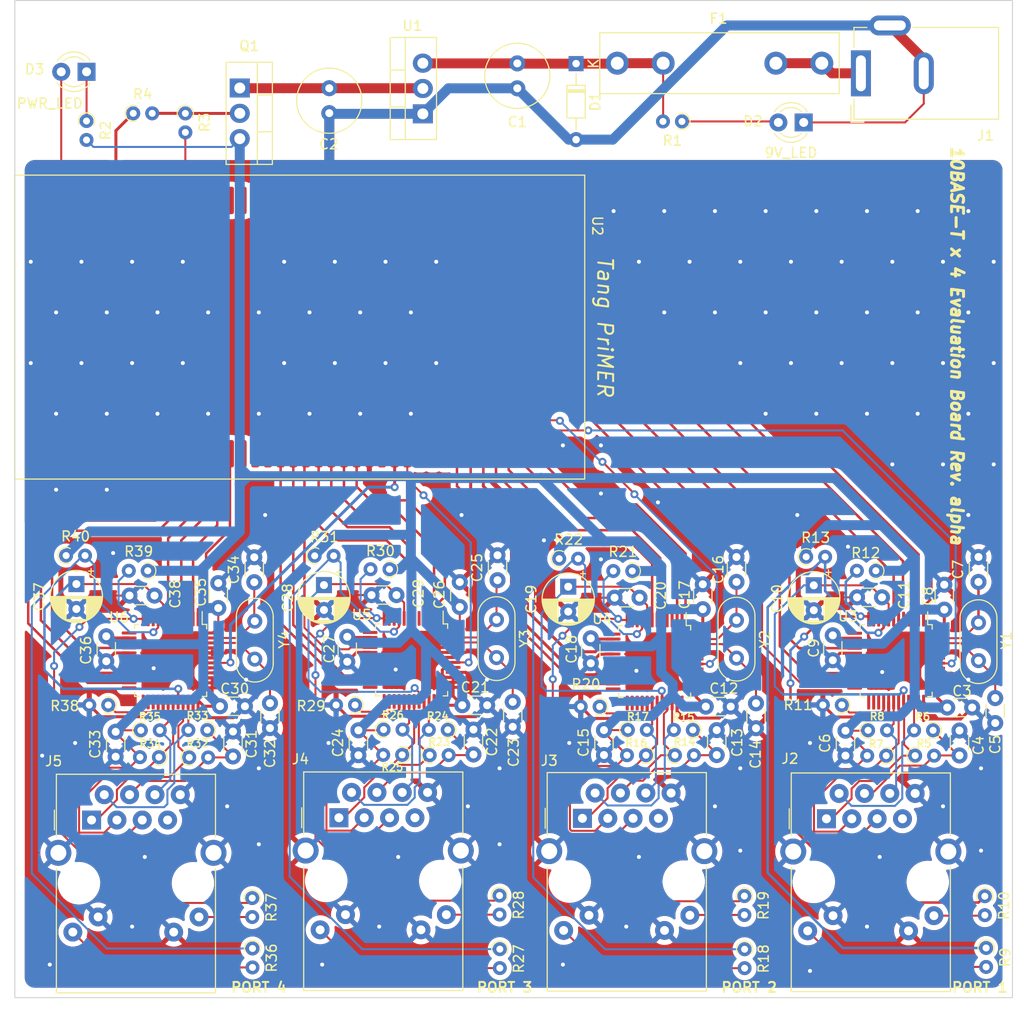
<source format=kicad_pcb>
(kicad_pcb (version 20211014) (generator pcbnew)
  (layers (0 "F.Cu" signal) (31 "B.Cu" signal) (34 "B.Paste" user) (35 "F.Paste" user) (36 "B.SilkS" user "B.Silkscreen") (37 "F.SilkS" user "F.Silkscreen") (38 "B.Mask" user) (39 "F.Mask" user) (44 "Edge.Cuts" user))
  (net 0 "")
  (net 1 "PHY2_X1")
  (net 2 "GND")
  (net 3 "DC_OUT")
  (net 4 "3.3V")
  (net 5 "PHY1_PWFBIN")
  (net 6 "Net-(D3-Pad1)")
  (net 7 "Net-(F1-Pad2)")
  (net 8 "Net-(J2-PadL1)")
  (net 9 "Net-(J2-PadL4)")
  (net 10 "Net-(J2-PadR1)")
  (net 11 "Net-(J2-PadR2)")
  (net 12 "Net-(J2-PadR3)")
  (net 13 "Net-(J2-PadR6)")
  (net 15 "Net-(Q1-Pad2)")
  (net 16 "VB0")
  (net 17 "PHY2_X2")
  (net 18 "PHY2_PWFBIN")
  (net 19 "PHY1_X1")
  (net 20 "PHY1_X2")
  (net 21 "Net-(C1-Pad1)")
  (net 22 "Net-(C4-Pad2)")
  (net 23 "Net-(C13-Pad2)")
  (net 24 "Net-(D2-Pad2)")
  (net 28 "Net-(J3-PadL1)")
  (net 29 "Net-(J3-PadL4)")
  (net 32 "Net-(J3-PadR1)")
  (net 33 "Net-(J3-PadR2)")
  (net 34 "Net-(J3-PadR3)")
  (net 36 "Net-(J3-PadR6)")
  (net 39 "Net-(R11-Pad1)")
  (net 40 "Net-(R20-Pad1)")
  (net 41 "PHY1_LEDA")
  (net 43 "PHY1_LEDB")
  (net 48 "PHY2_LEDA")
  (net 49 "PHY2_LEDB")
  (net 70 "PHY1_COL")
  (net 71 "PHY1_TXEN")
  (net 72 "PHY1_TX")
  (net 73 "PHY1_TXC")
  (net 74 "PHY1_RXC")
  (net 75 "PHY1_RX")
  (net 76 "PHY1_CRS")
  (net 77 "PHY3_COL")
  (net 78 "PHY3_TXEN")
  (net 79 "PHY3_TX")
  (net 83 "PHY2_COL")
  (net 84 "PHY2_TXEN")
  (net 85 "PHY2_TX")
  (net 86 "PHY2_TXC")
  (net 87 "PHY2_RXC")
  (net 88 "PHY2_RX")
  (net 89 "PHY2_CRS")
  (net 99 "PHY1_RESET")
  (net 100 "PHY2_RESET")
  (net 101 "PHY3_RESET")
  (net 102 "PHY4_RESET")
  (net 104 "PHY3_TXC")
  (net 105 "PHY3_RXC")
  (net 106 "PHY3_RX")
  (net 107 "PHY3_CRS")
  (net 108 "PHY4_COL")
  (net 109 "PHY4_TXEN")
  (net 110 "PHY4_TX")
  (net 114 "PHY4_TXC")
  (net 115 "PHY4_RXC")
  (net 116 "PHY4_RX")
  (net 117 "PHY4_CRS")
  (net 118 "PHY3_X1")
  (net 119 "PHY3_X2")
  (net 120 "PHY3_PWFBIN")
  (net 143 "Net-(C22-Pad2)")
  (net 144 "Net-(J4-PadL1)")
  (net 145 "Net-(J4-PadL4)")
  (net 146 "Net-(J4-PadR1)")
  (net 147 "Net-(J4-PadR2)")
  (net 148 "Net-(J4-PadR3)")
  (net 149 "Net-(J4-PadR6)")
  (net 151 "Net-(R29-Pad1)")
  (net 166 "Net-(C31-Pad2)")
  (net 167 "Net-(J5-PadL1)")
  (net 168 "Net-(J5-PadL4)")
  (net 169 "Net-(J5-PadR1)")
  (net 170 "Net-(J5-PadR2)")
  (net 171 "Net-(J5-PadR3)")
  (net 172 "Net-(J5-PadR6)")
  (net 174 "Net-(R38-Pad1)")
  (net 189 "PHY4_X1")
  (net 190 "PHY4_X2")
  (net 191 "PHY4_PWFBIN")
  (net 192 "PHY3_LEDA")
  (net 193 "PHY3_LEDB")
  (net 194 "PHY4_LEDA")
  (net 195 "PHY4_LEDB")
  (footprint "Resistor_THT:R_Axial_DIN0204_L3.6mm_D1.6mm_P1.90mm_Vertical" (layer "F.Cu") (at 107.188 62.087 -90)
    (fp_text reference "R2")
    (fp_text value "330")
  )
  (footprint "Resistor_THT:R_Axial_DIN0204_L3.6mm_D1.6mm_P1.90mm_Vertical" (layer "F.Cu") (at 179.324 105.791)
    (fp_text reference "R13")
    (fp_text value "5.1k")
  )
  (footprint "Resistor_THT:R_Axial_DIN0204_L3.6mm_D1.6mm_P1.90mm_Vertical" (layer "F.Cu") (at 123.7996 140.0142 -90)
    (fp_text reference "R37")
    (fp_text value "330")
  )
  (footprint "Resistor_THT:R_Axial_DIN0204_L3.6mm_D1.6mm_P1.90mm_Vertical" (layer "F.Cu") (at 166.1718 125.6886)
    (fp_text reference "R14")
    (fp_text value "49.9 1%")
  )
  (footprint "Resistor_THT:R_Axial_DIN0204_L3.6mm_D1.6mm_P1.90mm_Vertical" (layer "F.Cu") (at 197.358 145.018 -90)
    (fp_text reference "R9")
    (fp_text value "330")
  )
  (footprint "Resistor_THT:R_Axial_DIN0204_L3.6mm_D1.6mm_P1.90mm_Vertical" (layer "F.Cu") (at 158.623 120.8118 180)
    (fp_text reference "R20")
    (fp_text value "2k (1%)")
  )
  (footprint "Capacitor_THT:C_Disc_D3.0mm_W1.6mm_P2.50mm" (layer "F.Cu") (at 168.9608 111.0436 90)
    (fp_text reference "C17")
    (fp_text value "0.1u")
  )
  (footprint "Resistor_THT:R_Axial_DIN0204_L3.6mm_D1.6mm_P1.90mm_Vertical" (layer "F.Cu") (at 114.443 125.8824 180)
    (fp_text reference "R34")
    (fp_text value "49.9 1%")
  )
  (footprint "Capacitor_THT:C_Disc_D3.0mm_W1.6mm_P2.50mm" (layer "F.Cu") (at 181.991 113.665 -90)
    (fp_text reference "C9")
    (fp_text value "0.1u")
  )
  (footprint "Capacitor_THT:C_Disc_D3.0mm_W1.6mm_P2.50mm" (layer "F.Cu") (at 138.2576 109.6264 180)
    (fp_text reference "C29")
    (fp_text value "0.1u")
  )
  (footprint "Capacitor_THT:C_Disc_D3.0mm_W1.6mm_P2.50mm" (layer "F.Cu") (at 145.9738 123.1138 -90)
    (fp_text reference "C22")
    (fp_text value "0.1u")
  )
  (footprint "Resistor_THT:R_Axial_DIN0204_L3.6mm_D1.6mm_P1.90mm_Vertical" (layer "F.Cu") (at 117.094 61.325 -90)
    (fp_text reference "R3")
    (fp_text value "10k")
  )
  (footprint "Package_QFP:LQFP-48_7x7mm_P0.5mm" (layer "F.Cu") (at 188.341 116.205 -90)
    (fp_text reference "U3")
    (fp_text value "RTL8201CP")
  )
  (footprint "Capacitor_THT:C_Disc_D3.0mm_W1.6mm_P2.50mm" (layer "F.Cu") (at 144.6022 110.8256 90)
    (fp_text reference "C26")
    (fp_text value "0.1u")
  )
  (footprint "Capacitor_THT:C_Disc_D3.0mm_W1.6mm_P2.50mm" (layer "F.Cu") (at 110.109 125.837 90)
    (fp_text reference "C33")
    (fp_text value "0.1u")
  )
  (footprint "Capacitor_THT:C_Disc_D3.0mm_W1.6mm_P2.50mm" (layer "F.Cu") (at 186.924 109.855 180)
    (fp_text reference "C11")
    (fp_text value "0.1u")
  )
  (footprint "Capacitor_THT:C_Disc_D3.0mm_W1.6mm_P2.50mm" (layer "F.Cu") (at 109.1692 113.7612 -90)
    (fp_text reference "C36")
    (fp_text value "0.1u")
  )
  (footprint "Resistor_THT:R_Axial_DIN0204_L3.6mm_D1.6mm_P1.90mm_Vertical" (layer "F.Cu") (at 173.1264 139.8066 -90)
    (fp_text reference "R19")
    (fp_text value "330")
  )
  (footprint "Resistor_THT:R_Axial_DIN0204_L3.6mm_D1.6mm_P1.90mm_Vertical" (layer "F.Cu") (at 113.3254 107.188 180)
    (fp_text reference "R39")
    (fp_text value "5.1k")
  )
  (footprint "Capacitor_THT:C_Disc_D3.0mm_W1.6mm_P2.50mm" (layer "F.Cu") (at 133.3246 113.812 -90)
    (fp_text reference "C27")
    (fp_text value "0.1u")
  )
  (footprint "Resistor_THT:R_Axial_DIN0204_L3.6mm_D1.6mm_P1.90mm_Vertical" (layer "F.Cu") (at 137.557 107.0356 180)
    (fp_text reference "R30")
    (fp_text value "5.1k")
  )
  (footprint "Resistor_THT:R_Axial_DIN0204_L3.6mm_D1.6mm_P1.90mm_Vertical" (layer "F.Cu") (at 186.304 107.188 180)
    (fp_text reference "R12")
    (fp_text value "5.1k")
  )
  (footprint "Capacitor_THT:C_Disc_D3.0mm_W1.6mm_P2.50mm" (layer "F.Cu") (at 157.734 113.9644 -90)
    (fp_text reference "C18")
    (fp_text value "0.1u")
  )
  (footprint "Resistor_THT:R_Axial_DIN0204_L3.6mm_D1.6mm_P1.90mm_Vertical" (layer "F.Cu") (at 111.871 61.3156)
    (fp_text reference "R4")
    (fp_text value "330")
  )
  (footprint "Resistor_THT:R_Axial_DIN0204_L3.6mm_D1.6mm_P1.90mm_Vertical" (layer "F.Cu") (at 154.5684 105.9782)
    (fp_text reference "R22")
    (fp_text value "5.1k")
  )
  (footprint "Capacitor_THT:C_Disc_D3.0mm_W1.6mm_P2.50mm" (layer "F.Cu") (at 174.2948 120.4816 -90)
    (fp_text reference "C14")
    (fp_text value "20p")
  )
  (footprint "Package_QFP:LQFP-48_7x7mm_P0.5mm" (layer "F.Cu") (at 164.1348 116.2906 -90)
    (fp_text reference "U4")
    (fp_text value "RTL8201CP")
  )
  (footprint "Capacitor_THT:C_Radial_D6.3mm_H11.0mm_P2.50mm" (layer "F.Cu") (at 150.368 56.3064 -90)
    (fp_text reference "C1")
    (fp_text value "Ci")
  )
  (footprint "Capacitor_THT:C_Disc_D3.0mm_W1.6mm_P2.50mm" (layer "F.Cu") (at 124.0028 108.3364 90)
    (fp_text reference "C34")
    (fp_text value "20p")
  )
  (footprint "Capacitor_THT:C_Disc_D3.0mm_W1.6mm_P2.50mm" (layer "F.Cu") (at 121.8692 123.3116 -90)
    (fp_text reference "C31")
    (fp_text value "0.1u")
  )
  (footprint "LED_THT:LED_D3.0mm" (layer "F.Cu") (at 107.193 57.15 180)
    (fp_text reference "D3")
    (fp_text value "PWR_LED (BLUE)")
  )
  (footprint "Resistor_THT:R_Axial_DIN0204_L3.6mm_D1.6mm_P1.90mm_Vertical" (layer "F.Cu") (at 130.0574 105.6894)
    (fp_text reference "R31")
    (fp_text value "5.1k")
  )
  (footprint "Capacitor_THT:C_Disc_D3.0mm_W1.6mm_P2.50mm" (layer "F.Cu") (at 193.461 120.904)
    (fp_text reference "C3")
    (fp_text value "0.1u")
  )
  (footprint "Package_QFP:LQFP-48_7x7mm_P0.5mm" (layer "F.Cu") (at 139.7762 116.1288 -90)
    (fp_text reference "U5")
    (fp_text value "RTL8201CP")
  )
  (footprint "Capacitor_THT:C_Disc_D3.0mm_W1.6mm_P2.50mm" (layer "F.Cu") (at 162.6162 109.8898 180)
    (fp_text reference "C20")
    (fp_text value "0.1u")
  )
  (footprint "Resistor_THT:R_Axial_DIN0204_L3.6mm_D1.6mm_P1.90mm_Vertical" (layer "F.Cu") (at 105.14 105.664)
    (fp_text reference "R40")
    (fp_text value "5.1k")
  )
  (footprint "Capacitor_THT:C_Disc_D3.0mm_W1.6mm_P2.50mm" (layer "F.Cu") (at 144.8508 120.6754)
    (fp_text reference "C21")
    (fp_text value "0.1u")
  )
  (footprint "Capacitor_THT:C_Disc_D3.0mm_W1.6mm_P2.50mm" (layer "F.Cu") (at 125.5776 120.4668 -90)
    (fp_text reference "C32")
    (fp_text value "20p")
  )
  (footprint "Capacitor_THT:C_Disc_D3.0mm_W1.6mm_P2.50mm" (layer "F.Cu") (at 183.261 125.73 90)
    (fp_text reference "C6")
    (fp_text value "0.1u")
  )
  (footprint "Resistor_THT:R_Axial_DIN0204_L3.6mm_D1.6mm_P1.90mm_Vertical" (layer "F.Cu") (at 138.827 125.6538 180)
    (fp_text reference "R25")
    (fp_text value "49.9 1%")
  )
  (footprint "Resistor_THT:R_Axial_DIN0204_L3.6mm_D1.6mm_P1.90mm_Vertical" (layer "F.Cu") (at 163.2618 125.6886 180)
    (fp_text reference "R16")
    (fp_text value "49.9 1%")
  )
  (footprint "Package_QFP:LQFP-48_7x7mm_P0.5mm" (layer "F.Cu") (at 115.6208 116.1796 -90)
    (fp_text reference "U6")
    (fp_text value "RTL8201CP")
  )
  (footprint "Package_TO_SOT_THT:TO-220-3_Vertical" (layer "F.Cu") (at 140.899 61.3664 90)
    (fp_text reference "U1")
    (fp_text value "LM317_TO-220")
  )
  (footprint "Capacitor_THT:CP_Radial_D5.0mm_P2.50mm" (layer "F.Cu") (at 155.4734 108.786288 -90)
    (fp_text reference "C19")
    (fp_text value "22u")
  )
  (footprint "Resistor_THT:R_Axial_DIN0204_L3.6mm_D1.6mm_P1.90mm_Vertical" (layer "F.Cu") (at 141.589 125.6792)
    (fp_text reference "R23")
    (fp_text value "49.9 1%")
  )
  (footprint "Resistor_THT:R_Axial_DIN0204_L3.6mm_D1.6mm_P1.90mm_Vertical" (layer "F.Cu") (at 161.8902 107.2134 180)
    (fp_text reference "R21")
    (fp_text value "5.1k")
  )
  (footprint "Connector_RJ:RJ45_Amphenol_RJMG1BD3B8K1ANR" (layer "F.Cu") (at 132.4864 131.9584)
    (fp_text reference "J4")
    (fp_text value "RJ45_Amphenol_RJMG1BD3B8K1ANR")
  )
  (footprint "Resistor_THT:R_Axial_DIN0204_L3.6mm_D1.6mm_P1.90mm_Vertical" (layer "F.Cu") (at 161.4518 123.1486)
    (fp_text reference "R17")
    (fp_text value "49.9 1%")
  )
  (footprint "Crystal:Crystal_HC52-6mm_Vertical" (layer "F.Cu") (at 148.2852 112.0952 -90)
    (fp_text reference "Y3")
    (fp_text value "25MHz")
  )
  (footprint "Resistor_THT:R_Axial_DIN0204_L3.6mm_D1.6mm_P1.90mm_Vertical" (layer "F.Cu") (at 167.9608 123.1486 180)
    (fp_text reference "R15")
    (fp_text value "49.9 1%")
  )
  (footprint "Resistor_THT:R_Axial_DIN0204_L3.6mm_D1.6mm_P1.90mm_Vertical" (layer "F.Cu") (at 134.1026 120.65 180)
    (fp_text reference "R29")
    (fp_text value "2k (1%)")
  )
  (footprint "Capacitor_THT:CP_Radial_D5.0mm_P2.50mm" (layer "F.Cu") (at 106.172 108.522888 -90)
    (fp_text reference "C37")
    (fp_text value "22u")
  )
  (footprint "Capacitor_THT:C_Disc_D3.0mm_W1.6mm_P2.50mm" (layer "F.Cu") (at 148.3868 108.1332 90)
    (fp_text reference "C25")
    (fp_text value "20p")
  )
  (footprint "Capacitor_THT:C_Disc_D3.0mm_W1.6mm_P2.50mm" (layer "F.Cu") (at 149.9108 120.3398 -90)
    (fp_text reference "C23")
    (fp_text value "20p")
  )
  (footprint "Capacitor_THT:C_Disc_D3.0mm_W1.6mm_P2.50mm" (layer "F.Cu") (at 169.2602 120.8118)
    (fp_text reference "C12")
    (fp_text value "0.1u")
  )
  (footprint "Resistor_THT:R_Axial_DIN0204_L3.6mm_D1.6mm_P1.90mm_Vertical" (layer "F.Cu") (at 109.363 120.65 180)
    (fp_text reference "R38")
    (fp_text value "2k (1%)")
  )
  (footprint "Diode_THT:D_DO-34_SOD68_P7.62mm_Horizontal" (layer "F.Cu") (at 156.2608 56.3322 -90)
    (fp_text reference "D1")
    (fp_text value "9.1V")
  )
  (footprint "Resistor_THT:R_Axial_DIN0204_L3.6mm_D1.6mm_P1.90mm_Vertical" (layer "F.Cu") (at 117.4844 125.9078)
    (fp_text reference "R32")
    (fp_text value "49.9 1%")
  )
  (footprint "Resistor_THT:R_Axial_DIN0204_L3.6mm_D1.6mm_P1.90mm_Vertical" (layer "F.Cu") (at 148.59 139.7602 -90)
    (fp_text reference "R28")
    (fp_text value "330")
  )
  (footprint "Fuse:Fuseholder_Littelfuse_100_series_5x20mm" (layer "F.Cu") (at 160.3872 56.2864)
    (fp_text reference "F1")
    (fp_text value "1A")
  )
  (footprint "Resistor_THT:R_Axial_DIN0204_L3.6mm_D1.6mm_P1.90mm_Vertical" (layer "F.Cu") (at 185.531 123.19)
    (fp_text reference "R8")
    (fp_text value "49.9 1%")
  )
  (footprint "Capacitor_THT:C_Disc_D3.0mm_W1.6mm_P2.50mm" (layer "F.Cu") (at 198.2724 119.9588 -90)
    (fp_text reference "C5")
    (fp_text value "20p")
  )
  (footprint "Crystal:Crystal_HC52-6mm_Vertical" (layer "F.Cu") (at 124.0536 112.2476 -90)
    (fp_text reference "Y4")
    (fp_text value "25MHz")
  )
  (footprint "Capacitor_THT:C_Radial_D6.3mm_H11.0mm_P2.50mm" (layer "F.Cu") (at 131.5212 58.7956 -90)
    (fp_text reference "C2")
    (fp_text value "Co")
  )
  (footprint "Connector_RJ:RJ45_Amphenol_RJMG1BD3B8K1ANR" (layer "F.Cu") (at 181.356 132.06)
    (fp_text reference "J2")
    (fp_text value "RJ45_Amphenol_RJMG1BD3B8K1ANR")
  )
  (footprint "Resistor_THT:R_Axial_DIN0204_L3.6mm_D1.6mm_P1.90mm_Vertical" (layer "F.Cu") (at 190.246 125.73)
    (fp_text reference "R5")
    (fp_text value "49.9 1%")
  )
  (footprint "FPGA_eval:Tang_PriMER_SMD" (layer "F.Cu") (at 157.1244 70.0532 -90)
    (fp_text reference "U2")
    (fp_text value "Tang_PriMER_SMD")
  )
  (footprint "Resistor_THT:R_Axial_DIN0204_L3.6mm_D1.6mm_P1.90mm_Vertical" (layer "F.Cu") (at 136.9662 123.1138)
    (fp_text reference "R26")
    (fp_text value "49.9 1%")
  )
  (footprint "Resistor_THT:R_Axial_DIN0204_L3.6mm_D1.6mm_P1.90mm_Vertical" (layer "F.Cu") (at 112.633 123.19)
    (fp_text reference "R35")
    (fp_text value "49.9 1%")
  )
  (footprint "Crystal:Crystal_HC52-6mm_Vertical" (layer "F.Cu") (at 196.596 112.4 -90)
    (fp_text reference "Y1")
    (fp_text value "25MHz")
  )
  (footprint "Capacitor_THT:C_Disc_D3.0mm_W1.6mm_P2.50mm" (layer "F.Cu") (at 134.4422 125.69 90)
    (fp_text reference "C24")
    (fp_text value "0.1u")
  )
  (footprint "Resistor_THT:R_Axial_DIN0204_L3.6mm_D1.6mm_P1.90mm_Vertical" (layer "F.Cu") (at 182.896 120.65 180)
    (fp_text reference "R11")
    (fp_text value "2k (1%)")
  )
  (footprint "Capacitor_THT:C_Disc_D3.0mm_W1.6mm_P2.50mm" (layer "F.Cu") (at 120.396 110.9272 90)
    (fp_text reference "C35")
    (fp_text value "0.1u")
  )
  (footprint "Package_TO_SOT_THT:TO-220-3_Vertical" (layer "F.Cu") (at 122.5498 58.7756 -90)
    (fp_text reference "Q1")
    (fp_text value "2SK4017")
  )
  (footprint "Capacitor_THT:C_Disc_D3.0mm_W1.6mm_P2.50mm" (layer "F.Cu") (at 114.0006 109.6772 180)
    (fp_text reference "C38")
    (fp_text value "0.1u")
  )
  (footprint "Connector_RJ:RJ45_Amphenol_RJMG1BD3B8K1ANR" (layer "F.Cu") (at 156.8958 132.0186)
    (fp_text reference "J3")
    (fp_text value "RJ45_Amphenol_RJMG1BD3B8K1ANR")
  )
  (footprint "Capacitor_THT:CP_Radial_D5.0mm_P2.50mm" (layer "F.Cu") (at 130.9878 108.624488 -90)
    (fp_text reference "C28")
    (fp_text value "22u")
  )
  (footprint "Resistor_THT:R_Axial_DIN0204_L3.6mm_D1.6mm_P1.90mm_Vertical" (layer "F.Cu") (at 173.1518 145.145 -90)
    (fp_text reference "R18")
    (fp_text value "330")
  )
  (footprint "Resistor_THT:R_Axial_DIN0204_L3.6mm_D1.6mm_P1.90mm_Vertical" (layer "F.Cu") (at 148.6154 145.1356 -90)
    (fp_text reference "R27")
    (fp_text value "330")
  )
  (footprint "Resistor_THT:R_Axial_DIN0204_L3.6mm_D1.6mm_P1.90mm_Vertical" (layer "F.Cu") (at 143.399 123.1392 180)
    (fp_text reference "R24")
    (fp_text value "49.9 1%")
  )
  (footprint "Connector_RJ:RJ45_Amphenol_RJMG1BD3B8K1ANR" (layer "F.Cu") (at 107.696 132.187)
    (fp_text reference "J5")
    (fp_text value "RJ45_Amphenol_RJMG1BD3B8K1ANR")
  )
  (footprint "Capacitor_THT:C_Disc_D3.0mm_W1.6mm_P2.50mm" (layer "F.Cu") (at 193.167 111.085 90)
    (fp_text reference "C8")
    (fp_text value "0.1u")
  )
  (footprint "Crystal:Crystal_HC52-6mm_Vertical" (layer "F.Cu") (at 172.339 112.146 -90)
    (fp_text reference "Y2")
    (fp_text value "25MHz")
  )
  (footprint "Resistor_THT:R_Axial_DIN0204_L3.6mm_D1.6mm_P1.90mm_Vertical" (layer "F.Cu") (at 123.825 145.0688 -90)
    (fp_text reference "R36")
    (fp_text value "330")
  )
  (footprint "Capacitor_THT:C_Disc_D3.0mm_W1.6mm_P2.50mm" (layer "F.Cu") (at 196.596 108.311 90)
    (fp_text reference "C7")
    (fp_text value "20p")
  )
  (footprint "Resistor_THT:R_Axial_DIN0204_L3.6mm_D1.6mm_P1.90mm_Vertical" (layer "F.Cu") (at 192.04 123.19 180)
    (fp_text reference "R6")
    (fp_text value "49.9 1%")
  )
  (footprint "Resistor_THT:R_Axial_DIN0204_L3.6mm_D1.6mm_P1.90mm_Vertical" (layer "F.Cu") (at 166.8686 62.1284 180)
    (fp_text reference "R1")
    (fp_text value "1k")
  )
  (footprint "Capacitor_THT:C_Disc_D3.0mm_W1.6mm_P2.50mm" (layer "F.Cu") (at 159.0548 125.6686 90)
    (fp_text reference "C15")
    (fp_text value "0.1u")
  )
  (footprint "Capacitor_THT:CP_Radial_D5.0mm_P2.50mm" (layer "F.Cu") (at 180.086 108.649888 -90)
    (fp_text reference "C10")
    (fp_text value "22u")
  )
  (footprint "Resistor_THT:R_Axial_DIN0204_L3.6mm_D1.6mm_P1.90mm_Vertical" (layer "F.Cu") (at 187.341 125.73 180)
    (fp_text reference "R7")
    (fp_text value "49.9 1%")
  )
  (footprint "Resistor_THT:R_Axial_DIN0204_L3.6mm_D1.6mm_P1.90mm_Vertical" (layer "F.Cu") (at 119.2944 123.1646 180)
    (fp_text reference "R33")
    (fp_text value "49.9 1%")
  )
  (footprint "Capacitor_THT:C_Disc_D3.0mm_W1.6mm_P2.50mm" (layer "F.Cu") (at 170.3578 123.1686 -90)
    (fp_text reference "C13")
    (fp_text value "0.1u")
  )
  (footprint "Capacitor_THT:C_Disc_D3.0mm_W1.6mm_P2.50mm" (layer "F.Cu") (at 120.5684 120.777)
    (fp_text reference "C30")
    (fp_text value "0.1u")
  )
  (footprint "Connector_BarrelJack:BarrelJack_GCT_DCJ200-10-A_Horizontal" (layer "F.Cu") (at 184.8104 57.3024 90)
    (fp_text reference "J1")
    (fp_text value "Barrel_Jack_Switch")
  )
  (footprint "LED_THT:LED_D3.0mm" (layer "F.Cu") (at 179.075 62.23 180)
    (fp_text reference "D2")
    (fp_text value "9V_LED (RED_LED)")
  )
  (footprint "Capacitor_THT:C_Disc_D3.0mm_W1.6mm_P2.50mm" (layer "F.Cu") (at 194.691 123.21 -90)
    (fp_text reference "C4")
    (fp_text value "0.1u")
  )
  (footprint "Resistor_THT:R_Axial_DIN0204_L3.6mm_D1.6mm_P1.90mm_Vertical" (layer "F.Cu") (at 197.231 139.827 -90)
    (fp_text reference "R10")
    (fp_text value "330")
  )
  (footprint "Capacitor_THT:C_Disc_D3.0mm_W1.6mm_P2.50mm" (layer "F.Cu") (at 172.339 108.311 90)
    (fp_text reference "C16")
    (fp_text value "20p")
  )
  (gr_rect (start 200 50) (end 100 150) (layer "Edge.Cuts") (width 0.1) (fill none))
  (gr_text "PORT 4" (at 124.46 148.971) (layer "F.SilkS") (effects (font (size 1 1) (thickness 0.2))))
  (gr_text "PORT 3" (at 149.098 148.971) (layer "F.SilkS") (effects (font (size 1 1) (thickness 0.2))))
  (gr_text "10BASE-T x 4 Evaluation Board Rev. alpha" (at 194.437 84.6582 270) (layer "F.SilkS") (effects (font (size 1.2 1.2) (thickness 0.3) italic)))
  (gr_text "PWR_LED" (at 103.505 60.325) (layer "F.SilkS") (effects (font (size 1 1))))
  (gr_text "PORT 1" (at 196.723 148.971) (layer "F.SilkS") (effects (font (size 1 1) (thickness 0.2))))
  (gr_text "9V_LED" (at 177.8 65.278) (layer "F.SilkS") (effects (font (size 1 1))))
  (gr_text "PORT 2\n" (at 173.609 148.971) (layer "F.SilkS") (effects (font (size 1 1) (thickness 0.2))))
  (segment (start 174.2948 117.9018) (end 174.2948 120.4816) (width 0.2) (layer "F.Cu") (net 1))
  (segment (start 172.339 115.946) (end 170.9336 114.5406) (width 0.2) (layer "F.Cu") (net 1))
  (segment (start 172.339 115.946) (end 174.2948 117.9018) (width 0.2) (layer "F.Cu") (net 1))
  (segment (start 170.9336 114.5406) (end 168.2973 114.5406) (width 0.2) (layer "F.Cu") (net 1))
  (segment (start 135.7576 109.6264) (end 135.953451 109.6264) (width 0.2) (layer "F.Cu") (net 2))
  (segment (start 145.1918 117.3788) (end 145.669 117.856) (width 0.3) (layer "F.Cu") (net 2))
  (segment (start 184.424 109.855) (end 181.380888 109.855) (width 0.2) (layer "F.Cu") (net 2))
  (segment (start 158.634969 115.563431) (end 159.126121 115.563431) (width 0.3) (layer "F.Cu") (net 2))
  (segment (start 193.909 117.455) (end 194.183 117.729) (width 0.3) (layer "F.Cu") (net 2))
  (segment (start 138.442528 121.77784) (end 133.33044 121.77784) (width 0.3) (layer "F.Cu") (net 2))
  (segment (start 135.953451 109.6264) (end 137.5262 111.199149) (width 0.2) (layer "F.Cu") (net 2))
  (segment (start 192.5035 114.955) (end 192.5035 115.955) (width 0.3) (layer "F.Cu") (net 2))
  (segment (start 167.0406 115.0406) (end 167 115) (width 0.3) (layer "F.Cu") (net 2))
  (segment (start 194.811489 122.053511) (end 191.43915 122.053511) (width 0.3) (layer "F.Cu") (net 2))
  (segment (start 121.918889 121.926511) (end 123.0684 120.777) (width 0.3) (layer "F.Cu") (net 2))
  (segment (start 110.0008 115.4296) (end 109.1692 116.2612) (width 0.3) (layer "F.Cu") (net 2))
  (segment (start 111.5006 109.6772) (end 107.517688 109.6772) (width 0.2) (layer "F.Cu") (net 2))
  (segment (start 159.126121 115.563431) (end 159.148952 115.5406) (width 0.3) (layer "F.Cu") (net 2))
  (segment (start 118.3694 114.9296) (end 118.364 114.935) (width 0.3) (layer "F.Cu") (net 2))
  (segment (start 119.7833 115.9296) (end 118.5124 115.9296) (width 0.3) (layer "F.Cu") (net 2))
  (segment (start 114.287128 121.82864) (end 108.64164 121.82864) (width 0.3) (layer "F.Cu") (net 2))
  (segment (start 182.20004 121.85404) (end 180.996 120.65) (width 0.3) (layer "F.Cu") (net 2))
  (segment (start 182.701 115.455) (end 181.991 116.165) (width 0.3) (layer "F.Cu") (net 2))
  (segment (start 107.517688 109.6772) (end 106.172 111.022888) (width 0.2) (layer "F.Cu") (net 2))
  (segment (start 190.591 121.205361) (end 190.591 120.3675) (width 0.3) (layer "F.Cu") (net 2))
  (segment (start 143.9387 117.3788) (end 145.1918 117.3788) (width 0.3) (layer "F.Cu") (net 2))
  (segment (start 139.0262 121.194168) (end 138.442528 121.77784) (width 0.3) (layer "F.Cu") (net 2))
  (segment (start 143.9387 115.8788) (end 142.2948 115.8788) (width 0.3) (layer "F.Cu") (net 2))
  (segment (start 160.1162 109.8898) (end 156.869888 109.8898) (width 0.2) (layer "F.Cu") (net 2))
  (segment (start 143.9387 114.8788) (end 142.5502 114.8788) (width 0.3) (layer "F.Cu") (net 2))
  (segment (start 168.2973 115.0406) (end 167.0406 115.0406) (width 0.3) (layer "F.Cu") (net 2))
  (segment (start 191.1104 55.9024) (end 187.7104 52.5024) (width 1) (layer "F.Cu") (net 2))
  (segment (start 184.670651 109.855) (end 184.424 109.855) (width 0.2) (layer "F.Cu") (net 2))
  (segment (start 156.869888 109.8898) (end 155.4734 111.286288) (width 0.2) (layer "F.Cu") (net 2))
  (segment (start 135.6137 115.3788) (end 134.982266 115.3788) (width 0.3) (layer "F.Cu") (net 2))
  (segment (start 192.5035 115.955) (end 190.885 115.955) (width 0.3) (layer "F.Cu") (net 2))
  (segment (start 161.8848 111.360949) (end 160.413651 109.8898) (width 0.2) (layer "F.Cu") (net 2))
  (segment (start 167.0406 116.0406) (end 167 116) (width 0.3) (layer "F.Cu") (net 2))
  (segment (start 167.05515 121.961311) (end 170.610689 121.961311) (width 0.3) (layer "F.Cu") (net 2))
  (segment (start 191.1146 57.3066) (end 191.1104 57.3024) (width 0.2) (layer "F.Cu") (net 2))
  (segment (start 108.64164 121.82864) (end 107.463 120.65) (width 0.3) (layer "F.Cu") (net 2))
  (segment (start 113.3708 112.0171) (end 113.3708 111.249949) (width 0.2) (layer "F.Cu") (net 2))
  (segment (start 170.610689 121.961311) (end 171.7602 120.8118) (width 0.3) (layer "F.Cu") (net 2))
  (segment (start 117.094 66.906) (end 117 67) (width 0.2) (layer "F.Cu") (net 2))
  (segment (start 117.8708 120.3421) (end 117.8708 121.179961) (width 0.3) (layer "F.Cu") (net 2))
  (segment (start 134.2578 115.3788) (end 133.3246 116.312) (width 0.3) (layer "F.Cu") (net 2))
  (segment (start 119.7833 114.9296) (end 118.3694 114.9296) (width 0.3) (layer "F.Cu") (net 2))
  (segment (start 121.6206 117.4296) (end 121.8565 117.6655) (width 0.3) (layer "F.Cu") (net 2))
  (segment (start 184.1785 115.455) (end 182.701 115.455) (width 0.3) (layer "F.Cu") (net 2))
  (segment (start 166.3848 120.4531) (end 166.3848 121.290961) (width 0.3) (layer "F.Cu") (net 2))
  (segment (start 119.7833 117.4296) (end 121.6206 117.4296) (width 0.3) (layer "F.Cu") (net 2))
  (segment (start 191.1104 57.3024) (end 191.1104 55.9024) (width 1) (layer "F.Cu") (net 2))
  (segment (start 111.4583 115.4296) (end 110.0008 115.4296) (width 0.3) (layer "F.Cu") (net 2))
  (segment (start 137.5262 111.199149) (end 137.5262 111.9663) (width 0.2) (layer "F.Cu") (net 2))
  (segment (start 187.591 121.654) (end 187.39096 121.85404) (width 0.3) (layer "F.Cu") (net 2))
  (segment (start 163.3848 121.355968) (end 162.740768 122) (width 0.3) (layer "F.Cu") (net 2))
  (segment (start 142.2948 115.8788) (end 142.24 115.824) (width 0.3) (layer "F.Cu") (net 2))
  (segment (start 146.201289 121.824911) (end 147.3508 120.6754) (width 0.3) (layer "F.Cu") (net 2))
  (segment (start 161.8848 112.1281) (end 161.8848 111.360949) (width 0.2) (layer "F.Cu") (net 2))
  (segment (start 118.61735 121.926511) (end 121.918889 121.926511) (width 0.3) (layer "F.Cu") (net 2))
  (segment (start 195.961 120.904) (end 194.811489 122.053511) (width 0.3) (layer "F.Cu") (net 2))
  (segment (start 117.8708 121.179961) (end 118.61735 121.926511) (width 0.3) (layer "F.Cu") (net 2))
  (segment (start 142.0262 121.129161) (end 142.72195 121.824911) (width 0.3) (layer "F.Cu") (net 2))
  (segment (start 191.1104 60.3496) (end 191.1104 57.3024) (width 0.2) (layer "F.Cu") (net 2))
  (segment (start 192.5035 114.955) (end 191.028 114.955) (width 0.3) (layer "F.Cu") (net 2))
  (segment (start 131.5212 66.8528) (end 131.445 66.929) (width 1) (layer "F.Cu") (net 2))
  (segment (start 135.7576 109.6264) (end 132.485888 109.6264) (width 0.2) (layer "F.Cu") (net 2))
  (segment (start 157.9112 122) (end 156.723 120.8118) (width 0.3) (layer "F.Cu") (net 2))
  (segment (start 162.740768 122) (end 157.9112 122) (width 0.3) (layer "F.Cu") (net 2))
  (segment (start 142.5502 114.8788) (end 142.494 114.935) (width 0.3) (layer "F.Cu") (net 2))
  (segment (start 179.075 62.23) (end 189.23 62.23) (width 0.2) (layer "F.Cu") (net 2))
  (segment (start 134.982266 115.3788) (end 134.981786 115.37928) (width 0.3) (layer "F.Cu") (net 2))
  (segment (start 142.0262 120.2913) (end 142.0262 121.129161) (width 0.3) (layer "F.Cu") (net 2))
  (segment (start 133.33044 121.77784) (end 132.2026 120.65) (width 0.3) (layer "F.Cu") (net 2))
  (segment (start 192.5035 117.455) (end 193.909 117.455) (width 0.3) (layer "F.Cu") (net 2))
  (segment (start 114.8708 121.244968) (end 114.287128 121.82864) (width 0.3) (layer "F.Cu") (net 2))
  (segment (start 160.413651 109.8898) (end 160.1162 109.8898) (width 0.2) (layer "F.Cu") (net 2))
  (segment (start 157.734 116.4644) (end 158.634969 115.563431) (width 0.3) (layer "F.Cu") (net 2))
  (segment (start 191.028 114.955) (end 191.008 114.935) (width 0.3) (layer "F.Cu") (net 2))
  (segment (start 104.653 57.15) (end 104.653 66.653) (width 0.2) (layer "F.Cu") (net 2))
  (segment (start 142.72195 121.824911) (end 146.201289 121.824911) (width 0.3) (layer "F.Cu") (net 2))
  (segment (start 135.6137 115.3788) (end 134.2578 115.3788) (width 0.3) (layer "F.Cu") (net 2))
  (segment (start 181.380888 109.855) (end 180.086 111.149888) (width 0.2) (layer "F.Cu") (net 2))
  (segment (start 139.0262 120.2913) (end 139.0262 121.194168) (width 0.3) (layer "F.Cu") (net 2))
  (segment (start 168.2973 117.5406) (end 169.5406 117.5406) (width 0.2) (layer "F.Cu") (net 2))
  (segment (start 191.43915 122.053511) (end 190.591 121.205361) (width 0.3) (layer "F.Cu") (net 2))
  (segment (start 187.39096 121.85404) (end 182.20004 121.85404) (width 0.3) (layer "F.Cu") (net 2))
  (segment (start 189.23 62.23) (end 191.1104 60.3496) (width 0.2) (layer "F.Cu") (net 2))
  (segment (start 186.091 112.0425) (end 186.091 111.275349) (width 0.2) (layer "F.Cu") (net 2))
  (segment (start 117.094 63.225) (end 117.094 66.906) (width 0.2) (layer "F.Cu") (net 2))
  (segment (start 166.3848 121.290961) (end 167.05515 121.961311) (width 0.3) (layer "F.Cu") (net 2))
  (segment (start 187.591 120.3675) (end 187.591 121.654) (width 0.3) (layer "F.Cu") (net 2))
  (segment (start 132.485888 109.6264) (end 130.9878 111.124488) (width 0.2) (layer "F.Cu") (net 2))
  (segment (start 131.5212 61.2956) (end 131.5212 66.8528) (width 1) (layer "F.Cu") (net 2))
  (segment (start 163.3848 120.4531) (end 163.3848 121.355968) (width 0.3) (layer "F.Cu") (net 2))
  (segment (start 113.3708 111.249949) (end 111.798051 109.6772) (width 0.2) (layer "F.Cu") (net 2))
  (segment (start 186.091 111.275349) (end 184.670651 109.855) (width 0.2) (layer "F.Cu") (net 2))
  (segment (start 114.8708 120.3421) (end 114.8708 121.244968) (width 0.3) (layer "F.Cu") (net 2))
  (segment (start 111.798051 109.6772) (end 111.5006 109.6772) (width 0.2) (layer "F.Cu") (net 2))
  (segment (start 168.2973 116.0406) (end 167.0406 116.0406) (width 0.3) (layer "F.Cu") (net 2))
  (segment (start 159.9723 115.5406) (end 159.148952 115.5406) (width 0.3) (layer "F.Cu") (net 2))
  (segment (start 104.653 66.653) (end 105 67) (width 0.2) (layer "F.Cu") (net 2))
  (via (at 193.04 130.81) (size 0.8) (drill 0.4) (layers "F.Cu" "B.Cu") (net 2))
  (via (at 167.64 76.2) (size 0.8) (drill 0.4) (layers "F.Cu" "B.Cu") (net 2))
  (via (at 114.3 81.28) (size 0.8) (drill 0.4) (layers "F.Cu" "B.Cu") (net 2))
  (via (at 185.42 71.12) (size 0.8) (drill 0.4) (layers "F.Cu" "B.Cu") (net 2))
  (via (at 172.72 86.36) (size 0.8) (drill 0.4) (layers "F.Cu" "B.Cu") (net 2))
  (via (at 124.46 127) (size 0.8) (drill 0.4) (layers "F.Cu" "B.Cu") (net 2))
  (via (at 190.5 91.44) (size 0.8) (drill 0.4) (layers "F.Cu" "B.Cu") (net 2))
  (via (at 139.7 91.44) (size 0.8) (drill 0.4) (layers "F.Cu" "B.Cu") (net 2))
  (via (at 139.7 81.28) (size 0.8) (drill 0.4) (layers "F.Cu" "B.Cu") (net 2))
  (via (at 138.43 135.89) (size 0.8) (drill 0.4) (layers "F.Cu" "B.Cu") (net 2))
  (via (at 148.59 134.62) (size 0.8) (drill 0.4) (layers "F.Cu" "B.Cu") (net 2))
  (via (at 121.285 130.81) (size 0.8) (drill 0.4) (layers "F.Cu" "B.Cu") (net 2))
  (via (at 111.76 86.36) (size 0.8) (drill 0.4) (layers "F.Cu" "B.Cu") (net 2))
  (via (at 124.46 91.44) (size 0.8) (drill 0.4) (layers "F.Cu" "B.Cu") (net 2))
  (via (at 160.02 71.12) (size 0.8) (drill 0.4) (layers "F.Cu" "B.Cu") (net 2))
  (via (at 177.8 86.36) (size 0.8) (drill 0.4) (layers "F.Cu" "B.Cu") (net 2))
  (via (at 119.38 81.28) (size 0.8) (drill 0.4) (layers "F.Cu" "B.Cu") (net 2))
  (via (at 171.45 118.11) (size 0.8) (drill 0.4) (layers "F.Cu" "B.Cu") (net 2))
  (via (at 109.22 91.44) (size 0.8) (drill 0.4) (layers "F.Cu" "B.Cu") (net 2))
  (via (at 195.58 91.44) (size 0.8) (drill 0.4) (layers "F.Cu" "B.Cu") (net 2))
  (via (at 123.19 118.11) (size 0.8) (drill 0.4) (layers "F.Cu" "B.Cu") (net 2))
  (via (at 111.76 76.2) (size 0.8) (drill 0.4) (layers "F.Cu" "B.Cu") (net 2))
  (via (at 104.14 81.28) (size 0.8) (drill 0.4) (layers "F.Cu" "B.Cu") (net 2))
  (via (at 132.08 86.36) (size 0.8) (drill 0.4) (layers "F.Cu" "B.Cu") (net 2))
  (via (at 109.855 105.41) (size 0.8) (drill 0.4) (layers "F.Cu" "B.Cu") (net 2))
  (via (at 153.035 104.14) (size 0.8) (drill 0.4) (layers "F.Cu" "B.Cu") (net 2))
  (via (at 148.59 127) (size 0.8) (drill 0.4) (layers "F.Cu" "B.Cu") (net 2))
  (via (at 180.34 81.28) (size 0.8) (drill 0.4) (layers "F.Cu" "B.Cu") (net 2))
  (via (at 124.46 134.62) (size 0.8) (drill 0.4) (layers "F.Cu" "B.Cu") (net 2))
  (via (at 187.96 96.52) (size 0.8) (drill 0.4) (layers "F.Cu" "B.Cu") (net 2))
  (via (at 144.78 101.6) (size 0.8) (drill 0.4) (layers "F.Cu" "B.Cu") (net 2))
  (via (at 113.03 135.89) (size 0.8) (drill 0.4) (layers "F.Cu" "B.Cu") (net 2))
  (via (at 158.75 99.441) (size 0.8) (drill 0.4) (layers "F.Cu" "B.Cu") (net 2))
  (via (at 170.18 81.28) (size 0.8) (drill 0.4) (layers "F.Cu" "B.Cu") (net 2))
  (via (at 113.919 116.967) (size 0.8) (drill 0.4) (layers "F.Cu" "B.Cu") (net 2))
  (via (at 193.04 96.52) (size 0.8) (drill 0.4) (layers "F.Cu" "B.Cu") (net 2))
  (via (at 196.85 127) (size 0.8) (drill 0.4) (layers "F.Cu" "B.Cu") (net 2))
  (via (at 142.24 76.2) (size 0.8) (drill 0.4) (layers "F.Cu" "B.Cu") (net 2))
  (via (at 179.705 124.46) (size 0.8) (drill 0.4) (layers "F.Cu" "B.Cu") (net 2))
  (via (at 125.095 101.6) (size 0.8) (drill 0.4) (layers "F.Cu" "B.Cu") (net 2))
  (via (at 134.62 91.44) (size 0.8) (drill 0.4) (layers "F.Cu" "B.Cu") (net 2))
  (via (at 106.68 86.36) (size 0.8) (drill 0.4) (layers "F.Cu" "B.Cu") (net 2))
  (via (at 106.045 124.46) (size 0.8) (drill 0.4) (layers "F.Cu" "B.Cu") (net 2))
  (via (at 109.22 81.28) (size 0.8) (drill 0.4) (layers "F.Cu" "B.Cu") (net 2))
  (via (at 195.58 71.12) (size 0.8) (drill 0.4) (layers "F.Cu" "B.Cu") (net 2))
  (via (at 177.8 76.2) (size 0.8) (drill 0.4) (layers "F.Cu" "B.Cu") (net 2))
  (via (at 195.58 101.6) (size 0.8) (drill 0.4) (layers "F.Cu" "B.Cu") (net 2))
  (via (at 132.08 76.2) (size 0.8) (drill 0.4) (layers "F.Cu" "B.Cu") (net 2))
  (via (at 129.54 91.44) (size 0.8) (drill 0.4) (layers "F.Cu" "B.Cu") (net 2))
  (via (at 104.14 99.06) (size 0.8) (drill 0.4) (layers "F.Cu" "B.Cu") (net 2))
  (via (at 103.505 146.685) (size 0.8) (drill 0.4) (layers "F.Cu" "B.Cu") (net 2))
  (via (at 154.94 146.685) (size 0.8) (drill 0.4) (layers "F.Cu" "B.Cu") (net 2))
  (via (at 175.26 91.44) (size 0.8) (drill 0.4) (layers "F.Cu" "B.Cu") (net 2))
  (via (at 101.6 86.36) (size 0.8) (drill 0.4) (layers "F.Cu" "B.Cu") (net 2))
  (via (at 198.12 76.2) (size 0.8) (drill 0.4) (layers "F.Cu" "B.Cu") (net 2))
  (via (at 170.18 130.81) (size 0.8) (drill 0.4) (layers "F.Cu" "B.Cu") (net 2))
  (via (at 182.88 86.36) (size 0.8) (drill 0.4) (layers "F.Cu" "B.Cu") (net 2))
  (via (at 145.415 130.81) (size 0.8) (drill 0.4) (layers "F.Cu" "B.Cu") (net 2))
  (via (at 102.743 125.73) (size 0.8) (drill 0.4) (layers "F.Cu" "B.Cu") (net 2))
  (via (at 137.16 86.36) (size 0.8) (drill 0.4) (layers "F.Cu" "B.Cu") (net 2))
  (via (at 185.42 91.44) (size 0.8) (drill 0.4) (layers "F.Cu" "B.Cu") (net 2))
  (via (at 193.04 76.2) (size 0.8) (drill 0.4) (layers "F.Cu" "B.Cu") (net 2))
  (via (at 198.12 96.52) (size 0.8) (drill 0.4) (layers "F.Cu" "B.Cu") (net 2))
  (via (at 172.72 127) (size 0.8) (drill 0.4) (layers "F.Cu" "B.Cu") (net 2))
  (via (at 138.176 117.094) (size 0.8) (drill 0.4) (layers "F.Cu" "B.Cu") (net 2))
  (via (at 142.24 86.36) (size 0.8) (drill 0.4) (layers "F.Cu" "B.Cu") (net 2))
  (via (at 180.34 71.12) (size 0.8) (drill 0.4) (layers "F.Cu" "B.Cu") (net 2))
  (via (at 164.465 100.33) (size 0.8) (drill 0.4) (layers "F.Cu" "B.Cu") (net 2))
  (via (at 172.72 76.2) (size 0.8) (drill 0.4) (layers "F.Cu" "B.Cu") (net 2))
  (via (at 124.46 81.28) (size 0.8) (drill 0.4) (layers "F.Cu" "B.Cu") (net 2))
  (via (at 162.56 76.2) (size 0.8) (drill 0.4) (layers "F.Cu" "B.Cu") (net 2))
  (via (at 114.3 91.44) (size 0.8) (drill 0.4) (layers "F.Cu" "B.Cu") (net 2))
  (via (at 158.75 106.045) (size 0.8) (drill 0.4) (layers "F.Cu" "B.Cu") (net 2))
  (via (at 129.54 81.28) (size 0.8) (drill 0.4) (layers "F.Cu" "B.Cu") (net 2))
  (via (at 130.81 146.685) (size 0.8) (drill 0.4) (layers "F.Cu" "B.Cu") (net 2))
  (via (at 190.5 81.28) (size 0.8) (drill 0.4) (layers "F.Cu" "B.Cu") (net 2))
  (via (at 136.525 142.875) (size 0.8) (drill 0.4) (layers "F.Cu" "B.Cu") (net 2))
  (via (at 155.575 124.46) (size 0.8) (drill 0.4) (layers "F.Cu" "B.Cu") (net 2))
  (via (at 162.306 117.221) (size 0.8) (drill 0.4) (layers "F.Cu" "B.Cu") (net 2))
  (via (at 195.58 118.11) (size 0.8) (drill 0.4) (layers "F.Cu" "B.Cu") (net 2))
  (via (at 186.69 135.89) (size 0.8) (drill 0.4) (layers "F.Cu" "B.Cu") (net 2))
  (via (at 170.18 71.12) (size 0.8) (drill 0.4) (layers "F.Cu" "B.Cu") (net 2))
  (via (at 116.84 86.36) (size 0.8) (drill 0.4) (layers "F.Cu" "B.Cu") (net 2))
  (via (at 131.445 124.46) (size 0.8) (drill 0.4) (layers "F.Cu" "B.Cu") (net 2))
  (via (at 187.96 76.2) (size 0.8) (drill 0.4) (layers "F.Cu" "B.Cu") (net 2))
  (via (at 127 76.2) (size 0.8) (drill 0.4) (layers "F.Cu" "B.Cu") (net 2))
  (via (at 198.12 86.36) (size 0.8) (drill 0.4) (layers "F.Cu" "B.Cu") (net 2))
  (via (at 179.705 147.32) (size 0.8) (drill 0.4) (layers "F.Cu" "B.Cu") (net 2))
  (via (at 183.515 104.775) (size 0.8) (drill 0.4) (layers "F.Cu" "B.Cu") (net 2))
  (via (at 119.38 91.44) (size 0.8) (drill 0.4) (layers "F.Cu" "B.Cu") (net 2))
  (via (at 154.94 94.615) (size 0.8) (drill 0.4) (layers "F.Cu" "B.Cu") (net 2))
  (via (at 165.1 81.28) (size 0.8) (drill 0.4) (layers "F.Cu" "B.Cu") (net 2))
  (via (at 127 86.36) (size 0.8) (drill 0.4) (layers "F.Cu" "B.Cu") (net 2))
  (via (at 196.85 135.255) (size 0.8) (drill 0.4) (layers "F.Cu" "B.Cu") (net 2))
  (via (at 137.16 76.2) (size 0.8) (drill 0.4) (layers "F.Cu" "B.Cu") (net 2))
  (via (at 180.34 91.44) (size 0.8) (drill 0.4) (layers "F.Cu" "B.Cu") (net 2))
  (via (at 165.1 71.12) (size 0.8) (drill 0.4) (layers "F.Cu" "B.Cu") (net 2))
  (via (at 190.5 71.12) (size 0.8) (drill 0.4) (layers "F.Cu" "B.Cu") (net 2))
  (via (at 185.42 142.875) (size 0.8) (drill 0.4) (layers "F.Cu" "B.Cu") (net 2))
  (via (at 175.26 71.12) (size 0.8) (drill 0.4) (layers "F.Cu" "B.Cu") (net 2))
  (via (at 106.68 76.2) (size 0.8) (drill 0.4) (layers "F.Cu" "B.Cu") (net 2))
  (via (at 175.26 81.28) (size 0.8) (drill 0.4) (layers "F.Cu" "B.Cu") (net 2))
  (via (at 178.435 101.6) (size 0.8) (drill 0.4) (layers "F.Cu" "B.Cu") (net 2))
  (via (at 195.58 81.28) (size 0.8) (drill 0.4) (layers "F.Cu" "B.Cu") (net 2))
  (via (at 116.84 76.2) (size 0.8) (drill 0.4) (layers "F.Cu" "B.Cu") (net 2))
  (via (at 147.32 118.11) (size 0.8) (drill 0.4) (layers "F.Cu" "B.Cu") (net 2))
  (via (at 162.56 135.89) (size 0.8) (drill 0.4) (layers "F.Cu" "B.Cu") (net 2))
  (via (at 158.75 94.615) (size 0.8) (drill 0.4) (layers "F.Cu" "B.Cu") (net 2))
  (via (at 104.14 91.44) (size 0.8) (drill 0.4) (layers "F.Cu" "B.Cu") (net 2))
  (via (at 182.88 76.2) (size 0.8) (drill 0.4) (layers "F.Cu" "B.Cu") (net 2))
  (via (at 111.76 142.875) (size 0.8) (drill 0.4) (layers "F.Cu" "B.Cu") (net 2))
  (via (at 101.6 76.2) (size 0.8) (drill 0.4) (layers "F.Cu" "B.Cu") (net 2))
  (via (at 186.944 117.348) (size 0.8) (drill 0.4) (layers "F.Cu" "B.Cu") (net 2))
  (via (at 187.96 86.36) (size 0.8) (drill 0.4) (layers "F.Cu" "B.Cu") (net 2))
  (via (at 161.29 142.875) (size 0.8) (drill 0.4) (layers "F.Cu" "B.Cu") (net 2))
  (via (at 193.04 86.36) (size 0.8) (drill 0.4) (layers "F.Cu" "B.Cu") (net 2))
  (via (at 172.72 135.255) (size 0.8) (drill 0.4) (layers "F.Cu" "B.Cu") (net 2))
  (via (at 185.42 81.28) (size 0.8) (drill 0.4) (layers "F.Cu" "B.Cu") (net 2))
  (via (at 109.22 99.06) (size 0.8) (drill 0.4) (layers "F.Cu" "B.Cu") (net 2))
  (via (at 134.62 81.28) (size 0.8) (drill 0.4) (layers "F.Cu" "B.Cu") (net 2))
  (segment (start 131.5212 61.2956) (end 131.5212 66.4788) (width 1) (layer "B.Cu") (net 2))
  (segment (start 171.386805 52.5024) (end 159.937005 63.9522) (width 1) (layer "B.Cu") (net 2))
  (segment (start 187.7104 52.5024) (end 171.386805 52.5024) (width 1) (layer "B.Cu") (net 2))
  (segment (start 143.459 58.8064) (end 140.899 61.3664) (width 1) (layer "B.Cu") (net 2))
  (segment (start 131.5212 66.4788) (end 131 67) (width 1) (layer "B.Cu") (net 2))
  (segment (start 155.5138 63.9522) (end 150.368 58.8064) (width 1) (layer "B.Cu") (net 2))
  (segment (start 150.368 58.8064) (end 143.459 58.8064) (width 1) (layer "B.Cu") (net 2))
  (segment (start 140.899 61.3664) (end 131.592 61.3664) (width 1) (layer "B.Cu") (net 2))
  (segment (start 131.592 61.3664) (end 131.5212 61.2956) (width 1) (layer "B.Cu") (net 2))
  (segment (start 156.2608 63.9522) (end 155.5138 63.9522) (width 1) (layer "B.Cu") (net 2))
  (segment (start 159.937005 63.9522) (end 156.2608 63.9522) (width 1) (layer "B.Cu") (net 2))
  (segment (start 122.5698 58.7956) (end 122.5498 58.7756) (width 1) (layer "F.Cu") (net 3))
  (segment (start 131.5212 58.7956) (end 140.8682 58.7956) (width 1) (layer "F.Cu") (net 3))
  (segment (start 140.8682 58.7956) (end 140.899 58.8264) (width 1) (layer "F.Cu") (net 3))
  (segment (start 131.5212 58.7956) (end 122.5698 58.7956) (width 1) (layer "F.Cu") (net 3))
  (segment (start 111.4583 113.9296) (end 109.3376 113.9296) (width 0.3) (layer "F.Cu") (net 4))
  (segment (start 183.261 123.23) (end 185.441 125.41) (width 0.2) (layer "F.Cu") (net 4))
  (segment (start 167.21028 117.791441) (end 167.21028 117.26972) (width 0.3) (layer "F.Cu") (net 4))
  (segment (start 118.6688 117.652961) (end 118.6688 117.1956) (width 0.3) (layer "F.Cu") (net 4))
  (segment (start 157.8102 114.0406) (end 157.734 113.9644) (width 0.3) (layer "F.Cu") (net 4))
  (segment (start 118.9348 116.9296) (end 119.7833 116.9296) (width 0.3) (layer "F.Cu") (net 4))
  (segment (start 130.83737 133.373398) (end 131.111892 133.64792) (width 0.2) (layer "F.Cu") (net 4))
  (segment (start 159.0548 123.3816) (end 159.0548 123.1686) (width 0.2) (layer "F.Cu") (net 4))
  (segment (start 144.6022 112.7153) (end 143.9387 113.3788) (width 0.2) (layer "F.Cu") (net 4))
  (segment (start 161.3618 125.6886) (end 159.0548 123.3816) (width 0.2) (layer "F.Cu") (net 4))
  (segment (start 191.46648 117.167579) (end 191.46648 117.685131) (width 0.2) (layer "F.Cu") (net 4))
  (segment (start 142.85168 117.629641) (end 142.85168 117.127959) (width 0.3) (layer "F.Cu") (net 4))
  (segment (start 135.6137 113.8788) (end 133.3914 113.8788) (width 0.3) (layer "F.Cu") (net 4))
  (segment (start 179.70697 129.91903) (end 179.70697 133.474998) (width 0.2) (layer "F.Cu") (net 4))
  (segment (start 143.100839 116.8788) (end 143.9387 116.8788) (width 0.3) (layer "F.Cu") (net 4))
  (segment (start 160.282289 126.768111) (end 161.3618 125.6886) (width 0.2) (layer "F.Cu") (net 4))
  (segment (start 159.0548 123.1686) (end 161.4318 123.1686) (width 0.2) (layer "F.Cu") (net 4))
  (segment (start 134.4422 123.19) (end 136.89 123.19) (width 0.2) (layer "F.Cu") (net 4))
  (segment (start 184.746481 133.749519) (end 186.436 132.06) (width 0.2) (layer "F.Cu") (net 4))
  (segment (start 120.5684 120.777) (end 118.95452 120.777) (width 0.3) (layer "F.Cu") (net 4))
  (segment (start 159.9723 114.0406) (end 157.8102 114.0406) (width 0.3) (layer "F.Cu") (net 4))
  (segment (start 191.6275 120.904) (end 191.091 120.3675) (width 0.3) (layer "F.Cu") (net 4))
  (segment (start 106.302972 133.858) (end 111.105 133.858) (width 0.2) (layer "F.Cu") (net 4))
  (segment (start 110.109 123.4484) (end 110.109 123.337) (width 0.2) (layer "F.Cu") (net 4))
  (segment (start 118.6688 117.1956) (end 118.9348 116.9296) (width 0.3) (layer "F.Cu") (net 4))
  (segment (start 118.945439 117.9296) (end 118.6688 117.652961) (width 0.3) (layer "F.Cu") (net 4))
  (segment (start 143.9387 118.8788) (end 143.9387 117.8788) (width 0.3) (layer "F.Cu") (net 4))
  (segment (start 192.5035 118.955) (end 192.5035 119.9465) (width 0.3) (layer "F.Cu") (net 4))
  (segment (start 118.95452 120.777) (end 118.37032 120.1928) (width 0.3) (layer "F.Cu") (net 4))
  (segment (start 157.9626 114.0406) (end 157.734 113.812) (width 0.2) (layer "F.Cu") (net 4))
  (segment (start 136.927 125.6538) (end 135.31992 127.26088) (width 0.2) (layer "F.Cu") (net 4))
  (segment (start 185.491 123.23) (end 185.531 123.19) (width 0.2) (layer "F.Cu") (net 4))
  (segment (start 142.85168 117.127959) (end 143.100839 116.8788) (width 0.3) (layer "F.Cu") (net 4))
  (segment (start 136.906 125.6538) (end 136.927 125.6538) (width 0.2) (layer "F.Cu") (net 4))
  (segment (start 168.2973 118.0406) (end 168.2973 119.0406) (width 0.3) (layer "F.Cu") (net 4))
  (segment (start 161.4318 123.1686) (end 161.4518 123.1486) (width 0.2) (layer "F.Cu") (net 4))
  (segment (start 167.4394 117.0406) (end 168.2973 117.0406) (width 0.3) (layer "F.Cu") (net 4))
  (segment (start 144.6022 110.8256) (end 144.6022 112.7153) (width 0.2) (layer "F.Cu") (net 4))
  (segment (start 133.3914 113.8788) (end 133.3246 113.812) (width 0.3) (layer "F.Cu") (net 4))
  (segment (start 119.7833 117.9296) (end 118.945439 117.9296) (width 0.3) (layer "F.Cu") (net 4))
  (segment (start 120.396 112.8169) (end 119.7833 113.4296) (width 0.2) (layer "F.Cu") (net 4))
  (segment (start 120.396 110.9272) (end 120.396 112.8169) (width 0.2) (layer "F.Cu") (net 4))
  (segment (start 119.7833 118.9296) (end 119.7833 119.9919) (width 0.3) (layer "F.Cu") (net 4))
  (segment (start 131.111892 133.64792) (end 135.87688 133.64792) (width 0.2) (layer "F.Cu") (net 4))
  (segment (start 143.9387 117.8788) (end 143.100839 117.8788) (width 0.3) (layer "F.Cu") (net 4))
  (segment (start 130.83737 129.05543) (end 130.83737 133.373398) (width 0.2) (layer "F.Cu") (net 4))
  (segment (start 119.7833 119.9919) (end 120.5684 120.777) (width 0.3) (layer "F.Cu") (net 4))
  (segment (start 191.46648 117.685131) (end 191.736349 117.955) (width 0.2) (layer "F.Cu") (net 4))
  (segment (start 168.2973 118.0406) (end 167.459439 118.0406) (width 0.3) (layer "F.Cu") (net 4))
  (segment (start 192.5035 117.955) (end 192.5035 118.955) (width 0.3) (layer "F.Cu") (net 4))
  (segment (start 182.281 113.955) (end 181.991 113.665) (width 0.3) (layer "F.Cu") (net 4))
  (segment (start 155.587831 133.667631) (end 155.246769 133.326569) (width 0.2) (layer "F.Cu") (net 4))
  (segment (start 167.21028 117.26972) (end 167.4394 117.0406) (width 0.3) (layer "F.Cu") (net 4))
  (segment (start 191.736349 117.955) (end 192.5035 117.955) (width 0.2) (layer "F.Cu") (net 4))
  (segment (start 112.543 125.8824) (end 111.488889 126.936511) (width 0.2) (layer "F.Cu") (net 4))
  (segment (start 168.9608 111.0436) (end 168.9608 112.8771) (width 0.3) (layer "F.Cu") (net 4))
  (segment (start 142.9103 120.6754) (end 142.5262 120.2913) (width 0.3) (layer "F.Cu") (net 4))
  (segment (start 191.679059 116.955) (end 191.46648 117.167579) (width 0.2) (layer "F.Cu") (net 4))
  (segment (start 144.8508 120.6754) (end 142.9103 120.6754) (width 0.3) (layer "F.Cu") (net 4))
  (segment (start 185.491 123.19) (end 185.531 123.19) (width 0.2) (layer "F.Cu") (net 4))
  (segment (start 143.9387 118.8788) (end 143.9387 119.7633) (width 0.3) (layer "F.Cu") (net 4))
  (segment (start 193.461 120.904) (end 191.6275 120.904) (width 0.3) (layer "F.Cu") (net 4))
  (segment (start 135.87688 133.64792) (end 137.5664 131.9584) (width 0.2) (layer "F.Cu") (net 4))
  (segment (start 161.9758 132.0186) (end 160.326769 133.667631) (width 0.2) (layer "F.Cu") (net 4))
  (segment (start 158.188283 126.768111) (end 160.282289 126.768111) (width 0.2) (layer "F.Cu") (net 4))
  (segment (start 143.100839 117.8788) (end 142.85168 117.629641) (width 0.3) (layer "F.Cu") (net 4))
  (segment (start 192.5035 116.955) (end 191.679059 116.955) (width 0.2) (layer "F.Cu") (net 4))
  (segment (start 155.246769 129.709625) (end 158.188283 126.768111) (width 0.2) (layer "F.Cu") (net 4))
  (segment (start 168.2973 119.0406) (end 168.2973 119.8489) (width 0.3) (layer "F.Cu") (net 4))
  (segment (start 109.344407 126.936511) (end 106.04697 130.233948) (width 0.2) (layer "F.Cu") (net 4))
  (segment (start 134.4422 123.19) (end 136.906 125.6538) (width 0.2) (layer "F.Cu") (net 4))
  (segment (start 112.543 125.8824) (end 110.109 123.4484) (width 0.2) (layer "F.Cu") (net 4))
  (segment (start 184.099071 127.071929) (end 182.554071 127.071929) (width 0.2) (layer "F.Cu") (net 4))
  (segment (start 168.2973 119.8489) (end 169.2602 120.8118) (width 0.3) (layer "F.Cu") (net 4))
  (segment (start 182.554071 127.071929) (end 179.70697 129.91903) (width 0.2) (layer "F.Cu") (net 4))
  (segment (start 143.9387 119.7633) (end 144.8508 120.6754) (width 0.3) (layer "F.Cu") (net 4))
  (segment (start 184.1785 113.955) (end 182.281 113.955) (width 0.3) (layer "F.Cu") (net 4))
  (segment (start 167.2435 120.8118) (end 166.8848 120.4531) (width 0.3) (layer "F.Cu") (net 4))
  (segment (start 110.256 123.19) (end 110.109 123.337) (width 0.2) (layer "F.Cu") (net 4))
  (segment (start 179.70697 133.474998) (end 179.981491 133.749519) (width 0.2) (layer "F.Cu") (net 4))
  (segment (start 179.981491 133.749519) (end 184.746481 133.749519) (width 0.2) (layer "F.Cu") (net 4))
  (segment (start 160.326769 133.667631) (end 155.587831 133.667631) (width 0.2) (layer "F.Cu") (net 4))
  (segment (start 112.633 123.19) (end 110.256 123.19) (width 0.2) (layer "F.Cu") (net 4))
  (segment (start 185.441 125.41) (end 185.441 125.73) (width 0.2) (layer "F.Cu") (net 4))
  (segment (start 183.261 123.23) (end 185.491 123.23) (width 0.2) (layer "F.Cu") (net 4))
  (segment (start 193.167 112.7915) (end 192.5035 113.455) (width 0.3) (layer "F.Cu") (net 4))
  (segment (start 193.167 111.085) (end 193.167 112.7915) (width 0.3) (layer "F.Cu") (net 4))
  (segment (start 106.04697 130.233948) (end 106.04697 133.601998) (width 0.2) (layer "F.Cu") (net 4))
  (segment (start 119.7833 117.9296) (end 119.7833 118.9296) (width 0.3) (layer "F.Cu") (net 4))
  (segment (start 132.63192 127.26088) (end 130.83737 129.05543) (width 0.2) (layer "F.Cu") (net 4))
  (segment (start 168.9608 112.8771) (end 168.2973 113.5406) (width 0.3) (layer "F.Cu") (net 4))
  (segment (start 155.246769 133.326569) (end 155.246769 129.709625) (width 0.2) (layer "F.Cu") (net 4))
  (segment (start 111.488889 126.936511) (end 109.344407 126.936511) (width 0.2) (layer "F.Cu") (net 4))
  (segment (start 167.459439 118.0406) (end 167.21028 117.791441) (width 0.3) (layer "F.Cu") (net 4))
  (segment (start 192.5035 119.9465) (end 193.461 120.904) (width 0.3) (layer "F.Cu") (net 4))
  (segment (start 106.04697 133.601998) (end 106.302972 133.858) (width 0.2) (layer "F.Cu") (net 4))
  (segment (start 169.2602 120.8118) (end 167.2435 120.8118) (width 0.3) (layer "F.Cu") (net 4))
  (segment (start 109.3376 113.9296) (end 109.1692 113.7612) (width 0.3) (layer "F.Cu") (net 4))
  (segment (start 185.441 125.73) (end 184.099071 127.071929) (width 0.2) (layer "F.Cu") (net 4))
  (segment (start 135.31992 127.26088) (end 132.63192 127.26088) (width 0.2) (layer "F.Cu") (net 4))
  (segment (start 111.105 133.858) (end 112.776 132.187) (width 0.2) (layer "F.Cu") (net 4))
  (segment (start 136.89 123.19) (end 136.9662 123.1138) (width 0.2) (layer "F.Cu") (net 4))
  (segment (start 186.304 107.188) (end 188.932308 107.188) (width 1) (layer "B.Cu") (net 4))
  (segment (start 169.2602 120.8118) (end 167.074278 120.8118) (width 1) (layer "B.Cu") (net 4))
  (segment (start 139.7 97.8916) (end 152.73863 97.8916) (width 1) (layer "B.Cu") (net 4))
  (segment (start 105.14 105.664) (end 105.14 105.584791) (width 1) (layer "B.Cu") (net 4))
  (segment (start 181.509051 102.616) (end 186.8932 102.616) (width 1) (layer "B.Cu") (net 4))
  (segment (start 141.224 119.364808) (end 141.224 114.574477) (width 1) (layer "B.Cu") (net 4))
  (segment (start 144.8508 120.6754) (end 144.8508 118.201277) (width 1) (layer "B.Cu") (net 4))
  (segment (start 139.7 103.5812) (end 139.7 105.9234) (width 1) (layer "B.Cu") (net 4))
  (segment (start 117.877667 120.123911) (end 113.322089 120.123911) (width 1) (layer "B.Cu") (net 4))
  (segment (start 140.460088 120.12872) (end 141.224 119.364808) (width 1) (layer "B.Cu") (net 4))
  (segment (start 118.896489 119.105089) (end 120.5684 120.777) (width 1) (layer "B.Cu") (net 4))
  (segment (start 109.969199 114.561199) (end 118.675999 114.561199) (width 1) (layer "B.Cu") (net 4))
  (segment (start 122.5498 98.5214) (end 122.5498 103.24863) (width 1) (layer "B.Cu") (net 4))
  (segment (start 139.7 97.8916) (end 139.7 103.5812) (width 1) (layer "B.Cu") (net 4))
  (segment (start 139.757111 105.980511) (end 139.757111 113.107588) (width 1) (layer "B.Cu") (net 4))
  (segment (start 118.896489 114.781689) (end 118.896489 119.105089) (width 1) (layer "B.Cu") (net 4))
  (segment (start 137.50348 120.12872) (end 140.460088 120.12872) (width 1) (layer "B.Cu") (net 4))
  (segment (start 105.14 105.584791) (end 107.476161 103.24863) (width 1) (layer "B.Cu") (net 4))
  (segment (start 190.238508 111.085) (end 190.198754 111.045246) (width 1) (layer "B.Cu") (net 4))
  (segment (start 158.533999 114.764399) (end 163.873601 114.764399) (width 1) (layer "B.Cu") (net 4))
  (segment (start 137.557 107.0356) (end 138.5878 107.0356) (width 1) (layer "B.Cu") (net 4))
  (segment (start 107.888 64.687) (end 121.7184 64.687) (width 0.2) (layer "B.Cu") (net 4))
  (segment (start 123.364711 97.706489) (end 139.514889 97.706489) (width 1) (layer "B.Cu") (net 4))
  (segment (start 190.198754 120.240046) (end 188.648311 121.790489) (width 1) (layer "B.Cu") (net 4))
  (segment (start 138.5878 107.0356) (end 139.7 105.9234) (width 1) (layer "B.Cu") (net 4))
  (segment (start 144.8508 118.201277) (end 139.757111 113.107588) (width 1) (layer "B.Cu") (net 4))
  (segment (start 165.2472 111.0436) (end 164.7952 110.5916) (width 1) (layer "B.Cu") (net 4))
  (segment (start 184.700511 121.790489) (end 183.261 123.23) (width 1) (layer "B.Cu") (net 4))
  (segment (start 188.932308 107.188) (end 190.198754 105.921554) (width 1) (layer "B.Cu") (net 4))
  (segment (start 118.896489 106.901941) (end 118.896489 111.276489) (width 1) (layer "B.Cu") (net 4))
  (segment (start 118.61043 107.188) (end 118.896489 106.901941) (width 1) (layer "B.Cu") (net 4))
  (segment (start 122.5498 103.24863) (end 118.896489 106.901941) (width 1) (layer "B.Cu") (net 4))
  (segment (start 130.0574 105.610191) (end 132.086391 103.5812) (width 1) (layer "B.Cu") (net 4))
  (segment (start 179.324 104.801051) (end 181.509051 102.616) (width 1) (layer "B.Cu") (net 4))
  (segment (start 182.1688 97.8916) (end 186.8932 102.616) (width 1) (layer "B.Cu") (net 4))
  (segment (start 132.086391 103.5812) (end 139.7 103.5812) (width 1) (layer "B.Cu") (net 4))
  (segment (start 181.991 113.665) (end 182.836511 114.510511) (width 1) (layer "B.Cu") (net 4))
  (segment (start 154.5684 105.9782) (end 154.5684 104.988251) (width 1) (layer "B.Cu") (net 4))
  (segment (start 164.7952 106.7308) (end 164.7952 110.5916) (width 1) (layer "B.Cu") (net 4))
  (segment (start 162.306 104.2416) (end 164.7952 106.7308) (width 1) (layer "B.Cu") (net 4))
  (segment (start 193.167 111.085) (end 190.238508 111.085) (width 1) (layer "B.Cu") (net 4))
  (segment (start 139.7 105.9234) (end 139.757111 105.980511) (width 1) (layer "B.Cu") (net 4))
  (segment (start 121.7184 64.687) (end 122.5498 63.8556) (width 0.2) (layer "B.Cu") (net 4))
  (segment (start 164.7952 113.8428) (end 164.7952 117.3988) (width 1) (layer "B.Cu") (net 4))
  (segment (start 165.945511 119.683033) (end 163.879455 121.749089) (width 1) (layer "B.Cu") (net 4))
  (segment (start 157.734 113.9644) (end 158.533999 114.764399) (width 1) (layer "B.Cu") (net 4))
  (segment (start 188.648311 121.790489) (end 184.700511 121.790489) (width 1) (layer "B.Cu") (net 4))
  (segment (start 107.188 63.987) (end 107.888 64.687) (width 0.2) (layer "B.Cu") (net 4))
  (segment (start 190.238508 111.290436) (end 190.238508 111.085) (width 1) (layer "B.Cu") (net 4))
  (segment (start 139.7 105.9234) (end 144.6022 110.8256) (width 1) (layer "B.Cu") (net 4))
  (segment (start 164.7952 110.5916) (end 164.7952 113.8428) (width 1) (layer "B.Cu") (net 4))
  (segment (start 119.245778 110.9272) (end 118.896489 111.276489) (width 1) (layer "B.Cu") (net 4))
  (segment (start 193.461 120.904) (end 190.862708 120.904) (width 1) (layer "B.Cu") (net 4))
  (segment (start 190.198754 111.045246) (end 190.198754 120.240046) (width 1) (layer "B.Cu") (net 4))
  (segment (start 186.8932 102.616) (end 190.198754 105.921554) (width 1) (layer "B.Cu") (net 4))
  (segment (start 160.474311 121.749089) (end 159.0548 123.1686) (width 1) (layer "B.Cu") (net 4))
  (segment (start 139.514889 97.706489) (end 139.7 97.8916) (width 1) (layer "B.Cu") (net 4))
  (segment (start 163.879455 121.749089) (end 160.474311 121.749089) (width 1) (layer "B.Cu") (net 4))
  (segment (start 190.862708 120.904) (end 190.198754 120.240046) (width 1) (layer "B.Cu") (net 4))
  (segment (start 163.873601 114.764399) (end 164.7952 113.8428) (width 1) (layer "B.Cu") (net 4))
  (segment (start 168.9608 111.0436) (end 165.2472 111.0436) (width 1) (layer "B.Cu") (net 4))
  (segment (start 122.5498 96.845) (end 122.5498 98.5214) (width 1) (layer "B.Cu") (net 4))
  (segment (start 109.1692 113.7612) (end 109.969199 114.561199) (width 1) (layer "B.Cu") (net 4))
  (segment (start 133.915411 114.402811) (end 133.3246 113.812) (width 1) (layer "B.Cu") (net 4))
  (segment (start 123.364711 97.659911) (end 122.5498 96.845) (width 1) (layer "B.Cu") (net 4))
  (segment (start 134.4422 123.19) (end 137.50348 120.12872) (width 1) (layer "B.Cu") (net 4))
  (segment (start 113.3254 107.188) (end 118.61043 107.188) (width 1) (layer "B.Cu") (net 4))
  (segment (start 130.0574 105.6894) (end 130.0574 105.610191) (width 1) (layer "B.Cu") (net 4))
  (segment (start 154.5684 104.988251) (end 155.315051 104.2416) (width 1) (layer "B.Cu") (net 4))
  (segment (start 165.945511 118.549111) (end 165.945511 119.683033) (width 1) (layer "B.Cu") (net 4))
  (segment (start 139.757111 113.107588) (end 138.461888 114.402811) (width 1) (layer "B.Cu") (net 4))
  (segment (start 159.08863 104.2416) (end 162.306 104.2416) (width 1) (layer "B.Cu") (net 4))
  (segment (start 182.836511 114.510511) (end 187.018433 114.510511) (width 1) (layer "B.Cu") (net 4))
  (segment (start 187.018433 114.510511) (end 190.238508 111.290436) (width 1) (layer "B.Cu") (net 4))
  (segment (start 138.461888 114.402811) (end 133.915411 114.402811) (width 1) (layer "B.Cu") (net 4))
  (segment (start 164.3126 107.2134) (end 164.7952 106.7308) (width 1) (layer "B.Cu") (net 4))
  (segment (start 120.396 110.9272) (end 119.245778 110.9272) (width 1) (layer "B.Cu") (net 4))
  (segment (start 152.73863 97.8916) (end 182.1688 97.8916) (width 1) (layer "B.Cu") (net 4))
  (segment (start 113.322089 120.123911) (end 110.109 123.337) (width 1) (layer "B.Cu") (net 4))
  (segment (start 118.896489 111.276489) (end 118.896489 114.781689) (width 1) (layer "B.Cu") (net 4))
  (segment (start 118.896489 119.105089) (end 117.877667 120.123911) (width 1) (layer "B.Cu") (net 4))
  (segment (start 179.324 105.791) (end 179.324 104.801051) (width 1) (layer "B.Cu") (net 4))
  (segment (start 141.224 114.574477) (end 139.757111 113.107588) (width 1) (layer "B.Cu") (net 4))
  (segment (start 190.198754 105.921554) (end 190.198754 111.045246) (width 1) (layer "B.Cu") (net 4))
  (segment (start 122.5498 63.8556) (end 122.5498 96.845) (width 1) (layer "B.Cu") (net 4))
  (segment (start 161.8902 107.2134) (end 164.3126 107.2134) (width 1) (layer "B.Cu") (net 4))
  (segment (start 152.73863 97.8916) (end 159.08863 104.2416) (width 1) (layer "B.Cu") (net 4))
  (segment (start 164.7952 117.3988) (end 165.945511 118.549111) (width 1) (layer "B.Cu") (net 4))
  (segment (start 118.675999 114.561199) (end 118.896489 114.781689) (width 1) (layer "B.Cu") (net 4))
  (segment (start 107.476161 103.24863) (end 122.5498 103.24863) (width 1) (layer "B.Cu") (net 4))
  (segment (start 122.5498 98.5214) (end 123.364711 97.706489) (width 1) (layer "B.Cu") (net 4))
  (segment (start 123.364711 97.706489) (end 123.364711 97.659911) (width 1) (layer "B.Cu") (net 4))
  (segment (start 155.315051 104.2416) (end 159.08863 104.2416) (width 1) (layer "B.Cu") (net 4))
  (segment (start 167.074278 120.8118) (end 165.945511 119.683033) (width 1) (layer "B.Cu") (net 4))
  (segment (start 185.718888 108.649888) (end 186.924 109.855) (width 0.2) (layer "F.Cu") (net 5))
  (segment (start 189.091 120.3675) (end 189.091 119.182899) (width 0.25) (layer "F.Cu") (net 5))
  (segment (start 187.591 110.522) (end 187.591 112.0425) (width 0.2) (layer "F.Cu") (net 5))
  (segment (start 180.086 108.649888) (end 185.718888 108.649888) (width 0.2) (layer "F.Cu") (net 5))
  (segment (start 189.091 119.182899) (end 189.099243 119.174656) (width 0.25) (layer "F.Cu") (net 5))
  (segment (start 186.924 109.855) (end 187.591 110.522) (width 0.2) (layer "F.Cu") (net 5))
  (via (at 189.099243 119.174656) (size 0.8) (drill 0.4) (layers "F.Cu" "B.Cu") (net 5))
  (segment (start 188.690699 119.5832) (end 176.9872 119.5832) (width 0.25) (layer "B.Cu") (net 5))
  (segment (start 176.1744 118.7704) (end 176.9872 119.5832) (width 0.2) (layer "B.Cu") (net 5))
  (segment (start 180.086 108.649888) (end 179.086 108.649888) (width 0.2) (layer "B.Cu") (net 5))
  (segment (start 176.1744 111.561488) (end 176.1744 118.7704) (width 0.2) (layer "B.Cu") (net 5))
  (segment (start 179.086 108.649888) (end 176.1744 111.561488) (width 0.2) (layer "B.Cu") (net 5))
  (segment (start 189.099243 119.174656) (end 188.690699 119.5832) (width 0.25) (layer "B.Cu") (net 5))
  (segment (start 107.193 57.15) (end 107.193 62.082) (width 0.2) (layer "F.Cu") (net 6))
  (segment (start 107.193 62.082) (end 107.188 62.087) (width 0.2) (layer "F.Cu") (net 6))
  (segment (start 184.8104 57.3024) (end 181.9032 57.3024) (width 1) (layer "F.Cu") (net 7))
  (segment (start 176.2872 56.2864) (end 180.8872 56.2864) (width 1) (layer "F.Cu") (net 7))
  (segment (start 181.9032 57.3024) (end 180.8872 56.2864) (width 1) (layer "F.Cu") (net 7))
  (segment (start 197.178 141.78) (end 197.231 141.727) (width 0.2) (layer "F.Cu") (net 8))
  (segment (start 192.126 141.78) (end 197.178 141.78) (width 0.2) (layer "F.Cu") (net 8))
  (segment (start 183.094 146.918) (end 179.476 143.3) (width 0.2) (layer "F.Cu") (net 9))
  (segment (start 197.358 146.918) (end 183.094 146.918) (width 0.2) (layer "F.Cu") (net 9))
  (segment (start 186.435511 128.270489) (end 184.648435 128.270489) (width 0.2) (layer "F.Cu") (net 10))
  (segment (start 190.246 125.73) (end 188.976 125.73) (width 0.2) (layer "F.Cu") (net 10))
  (segment (start 189.140489 121.882511) (end 189.591 121.432) (width 0.2) (layer "F.Cu") (net 10))
  (segment (start 189.140489 124.624489) (end 189.140489 121.882511) (width 0.2) (layer "F.Cu") (net 10))
  (segment (start 190.246 125.73) (end 189.140489 124.624489) (width 0.2) (layer "F.Cu") (net 10))
  (segment (start 181.853076 132.06) (end 181.356 132.06) (width 0.2) (layer "F.Cu") (net 10))
  (segment (start 189.591 121.432) (end 189.591 120.3675) (width 0.2) (layer "F.Cu") (net 10))
  (segment (start 184.648435 128.270489) (end 183.875511 129.043413) (width 0.2) (layer "F.Cu") (net 10))
  (segment (start 188.976 125.73) (end 186.435511 128.270489) (width 0.2) (layer "F.Cu") (net 10))
  (segment (start 183.875511 129.043413) (end 183.875511 130.037565) (width 0.2) (layer "F.Cu") (net 10))
  (segment (start 183.875511 130.037565) (end 181.853076 132.06) (width 0.2) (layer "F.Cu") (net 10))
  (segment (start 190.14 120.4165) (end 190.091 120.3675) (width 0.2) (layer "F.Cu") (net 11))
  (segment (start 190.14 123.19) (end 190.14 120.4165) (width 0.2) (layer "F.Cu") (net 11))
  (segment (start 188.223565 130.769511) (end 183.875511 130.769511) (width 0.2) (layer "B.Cu") (net 11))
  (segment (start 188.955511 130.037565) (end 188.223565 130.769511) (width 0.2) (layer "B.Cu") (net 11))
  (segment (start 190.14 123.19) (end 188.955511 124.374489) (width 0.2) (layer "B.Cu") (net 11))
  (segment (start 183.875511 130.769511) (end 182.626 129.52) (width 0.2) (layer "B.Cu") (net 11))
  (segment (start 188.955511 124.374489) (end 188.955511 130.037565) (width 0.2) (layer "B.Cu") (net 11))
  (segment (start 180.106489 133.309511) (end 180.146978 133.35) (width 0.2) (layer "F.Cu") (net 12))
  (segment (start 180.146978 133.35) (end 182.606 133.35) (width 0.2) (layer "F.Cu") (net 12))
  (segment (start 188.591 124.48) (end 187.341 125.73) (width 0.2) (layer "F.Cu") (net 12))
  (segment (start 187.341 125.73) (end 185.599551 127.471449) (width 0.2) (layer "F.Cu") (net 12))
  (segment (start 182.606 133.35) (end 183.896 132.06) (width 0.2) (layer "F.Cu") (net 12))
  (segment (start 185.599551 127.471449) (end 182.907475 127.471449) (width 0.2) (layer "F.Cu") (net 12))
  (segment (start 180.106489 130.272435) (end 180.106489 133.309511) (width 0.2) (layer "F.Cu") (net 12))
  (segment (start 182.907475 127.471449) (end 180.106489 130.272435) (width 0.2) (layer "F.Cu") (net 12))
  (segment (start 188.591 120.3675) (end 188.591 124.48) (width 0.2) (layer "F.Cu") (net 12))
  (segment (start 188.091 122.53) (end 188.091 120.3675) (width 0.2) (layer "F.Cu") (net 13))
  (segment (start 187.431 123.19) (end 188.091 122.53) (width 0.2) (layer "F.Cu") (net 13))
  (segment (start 188.340511 128.885489) (end 188.340511 124.099511) (width 0.2) (layer "B.Cu") (net 13))
  (segment (start 187.706 129.52) (end 188.340511 128.885489) (width 0.2) (layer "B.Cu") (net 13))
  (segment (start 188.340511 124.099511) (end 187.431 123.19) (width 0.2) (layer "B.Cu") (net 13))
  (segment (start 117.094 61.325) (end 122.5404 61.325) (width 0.3) (layer "F.Cu") (net 15))
  (segment (start 122.5404 61.325) (end 122.5498 61.3156) (width 0.3) (layer "F.Cu") (net 15))
  (segment (start 117.0846 61.3156) (end 117.094 61.325) (width 0.3) (layer "F.Cu") (net 15))
  (segment (start 113.771 61.3156) (end 117.0846 61.3156) (width 0.3) (layer "F.Cu") (net 15))
  (segment (start 113.7804 61.325) (end 113.771 61.3156) (width 1) (layer "F.Cu") (net 15))
  (segment (start 117.1034 61.3156) (end 117.094 61.325) (width 1) (layer "F.Cu") (net 15))
  (segment (start 110.1344 63.0522) (end 111.871 61.3156) (width 0.3) (layer "F.Cu") (net 16))
  (segment (start 110.1344 70.0532) (end 110.1344 63.0522) (width 0.3) (layer "F.Cu") (net 16))
  (segment (start 172.339 108.311) (end 172.339 112.146) (width 0.2) (layer "F.Cu") (net 17))
  (segment (start 172.339 112.146) (end 170.4444 114.0406) (width 0.2) (layer "F.Cu") (net 17))
  (segment (start 170.4444 114.0406) (end 168.2973 114.0406) (width 0.2) (layer "F.Cu") (net 17))
  (segment (start 161.512688 108.786288) (end 162.6162 109.8898) (width 0.2) (layer "F.Cu") (net 18))
  (segment (start 163.3848 110.6584) (end 162.6162 109.8898) (width 0.2) (layer "F.Cu") (net 18))
  (segment (start 164.8848 119.2664) (end 164.846 119.2276) (width 0.25) (layer "F.Cu") (net 18))
  (segment (start 155.4734 108.786288) (end 161.512688 108.786288) (width 0.2) (layer "F.Cu") (net 18))
  (segment (start 163.3848 112.1281) (end 163.3848 110.6584) (width 0.2) (layer "F.Cu") (net 18))
  (segment (start 164.8848 120.4531) (end 164.8848 119.2664) (width 0.25) (layer "F.Cu") (net 18))
  (via (at 164.846 119.2276) (size 0.8) (drill 0.4) (layers "F.Cu" "B.Cu") (net 18))
  (segment (start 152.8064 118.7704) (end 153.2636 119.2276) (width 0.2) (layer "B.Cu") (net 18))
  (segment (start 152.8064 111.453288) (end 152.8064 118.7704) (width 0.2) (layer "B.Cu") (net 18))
  (segment (start 153.2636 119.2276) (end 164.846 119.2276) (width 0.2) (layer "B.Cu") (net 18))
  (segment (start 155.4734 108.786288) (end 152.8064 111.453288) (width 0.2) (layer "B.Cu") (net 18))
  (segment (start 194.851 114.455) (end 196.596 116.2) (width 0.2) (layer "F.Cu") (net 19))
  (segment (start 198.2724 117.8764) (end 198.2724 119.9588) (width 0.2) (layer "F.Cu") (net 19))
  (segment (start 192.5035 114.455) (end 194.851 114.455) (width 0.2) (layer "F.Cu") (net 19))
  (segment (start 196.596 116.2) (end 198.2724 117.8764) (width 0.2) (layer "F.Cu") (net 19))
  (segment (start 195.041 113.955) (end 192.5035 113.955) (width 0.2) (layer "F.Cu") (net 20))
  (segment (start 196.596 112.4) (end 195.041 113.955) (width 0.2) (layer "F.Cu") (net 20))
  (segment (start 196.596 108.311) (end 196.596 112.4) (width 0.25) (layer "F.Cu") (net 20))
  (segment (start 164.9872 56.2864) (end 164.9872 62.1098) (width 0.2) (layer "F.Cu") (net 21))
  (segment (start 160.3414 56.3322) (end 160.3872 56.2864) (width 1) (layer "F.Cu") (net 21))
  (segment (start 164.9872 62.1098) (end 164.9686 62.1284) (width 0.2) (layer "F.Cu") (net 21))
  (segment (start 156.2608 56.3322) (end 160.3414 56.3322) (width 1) (layer "F.Cu") (net 21))
  (segment (start 150.3938 56.3322) (end 150.368 56.3064) (width 1) (layer "F.Cu") (net 21))
  (segment (start 156.2608 56.3322) (end 150.3938 56.3322) (width 1) (layer "F.Cu") (net 21))
  (segment (start 164.9872 56.2864) (end 160.3872 56.2864) (width 1) (layer "F.Cu") (net 21))
  (segment (start 140.919 56.3064) (end 140.899 56.2864) (width 1) (layer "F.Cu") (net 21))
  (segment (start 150.368 56.3064) (end 140.919 56.3064) (width 1) (layer "F.Cu") (net 21))
  (segment (start 194.691 125.71) (end 192.166 125.71) (width 0.2) (layer "F.Cu") (net 22))
  (segment (start 194.56 125.71) (end 194.691 125.71) (width 0.2) (layer "F.Cu") (net 22))
  (segment (start 188.729413 126.729511) (end 191.146489 126.729511) (width 0.2) (layer "F.Cu") (net 22))
  (segment (start 185.938924 129.52) (end 188.729413 126.729511) (width 0.2) (layer "F.Cu") (net 22))
  (segment (start 192.04 123.19) (end 194.56 125.71) (width 0.2) (layer "F.Cu") (net 22))
  (segment (start 185.166 129.52) (end 185.938924 129.52) (width 0.2) (layer "F.Cu") (net 22))
  (segment (start 192.166 125.71) (end 192.146 125.73) (width 0.2) (layer "F.Cu") (net 22))
  (segment (start 191.146489 126.729511) (end 192.146 125.73) (width 0.2) (layer "F.Cu") (net 22))
  (segment (start 194.651 125.75) (end 194.691 125.71) (width 0.2) (layer "B.Cu") (net 22))
  (segment (start 160.7058 129.4786) (end 161.9398 128.2446) (width 0.2) (layer "F.Cu") (net 23))
  (segment (start 162.9664 128.2446) (end 164.1602 127.0508) (width 0.2) (layer "F.Cu") (net 23))
  (segment (start 167.9608 123.1486) (end 170.3578 125.5456) (width 0.2) (layer "F.Cu") (net 23))
  (segment (start 166.7096 127.0508) (end 168.0718 125.6886) (width 0.2) (layer "F.Cu") (net 23))
  (segment (start 170.3378 125.6886) (end 170.3578 125.6686) (width 0.2) (layer "F.Cu") (net 23))
  (segment (start 161.9398 128.2446) (end 162.9664 128.2446) (width 0.2) (layer "F.Cu") (net 23))
  (segment (start 168.0718 125.6886) (end 170.3378 125.6886) (width 0.2) (layer "F.Cu") (net 23))
  (segment (start 170.3578 125.5456) (end 170.3578 125.6686) (width 0.2) (layer "F.Cu") (net 23))
  (segment (start 164.1602 127.0508) (end 166.7096 127.0508) (width 0.2) (layer "F.Cu") (net 23))
  (segment (start 166.8686 62.1284) (end 176.4334 62.1284) (width 0.2) (layer "F.Cu") (net 24))
  (segment (start 176.4334 62.1284) (end 176.535 62.23) (width 0.2) (layer "F.Cu") (net 24))
  (segment (start 173.1264 141.7066) (end 167.6978 141.7066) (width 0.2) (layer "F.Cu") (net 28))
  (segment (start 167.6978 141.7066) (end 167.6658 141.7386) (width 0.2) (layer "F.Cu") (net 28))
  (segment (start 158.8022 147.045) (end 155.0158 143.2586) (width 0.2) (layer "F.Cu") (net 29))
  (segment (start 173.1518 147.045) (end 158.8022 147.045) (width 0.2) (layer "F.Cu") (net 29))
  (segment (start 165.061289 124.578089) (end 165.061289 121.543762) (width 0.2) (layer "F.Cu") (net 32))
  (segment (start 162.608843 127.84508) (end 160.572244 127.84508) (width 0.2) (layer "F.Cu") (net 32))
  (segment (start 159.415311 129.996165) (end 157.392876 132.0186) (width 0.2) (layer "F.Cu") (net 32))
  (segment (start 165.3848 121.220251) (end 165.3848 120.4531) (width 0.2) (layer "F.Cu") (net 32))
  (segment (start 160.572244 127.84508) (end 159.415311 129.002013) (width 0.2) (layer "F.Cu") (net 32))
  (segment (start 166.1718 125.6886) (end 164.765323 125.6886) (width 0.2) (layer "F.Cu") (net 32))
  (segment (start 165.061289 121.543762) (end 165.3848 121.220251) (width 0.2) (layer "F.Cu") (net 32))
  (segment (start 159.415311 129.002013) (end 159.415311 129.996165) (width 0.2) (layer "F.Cu") (net 32))
  (segment (start 166.1718 125.6886) (end 165.061289 124.578089) (width 0.2) (layer "F.Cu") (net 32))
  (segment (start 157.392876 132.0186) (end 156.8958 132.0186) (width 0.2) (layer "F.Cu") (net 32))
  (segment (start 164.765323 125.6886) (end 162.608843 127.84508) (width 0.2) (layer "F.Cu") (net 32))
  (segment (start 166.0608 123.1486) (end 165.8848 122.9726) (width 0.2) (layer "F.Cu") (net 33))
  (segment (start 165.8848 122.9726) (end 165.8848 120.4531) (width 0.2) (layer "F.Cu") (net 33))
  (segment (start 165.1508 128.138606) (end 165.1508 124.0586) (width 0.2) (layer "B.Cu") (net 33))
  (segment (start 165.1508 124.0586) (end 166.0608 123.1486) (width 0.2) (layer "B.Cu") (net 33))
  (segment (start 164.536289 129.996165) (end 164.536289 128.753117) (width 0.2) (layer "B.Cu") (net 33))
  (segment (start 163.804343 130.728111) (end 164.536289 129.996165) (width 0.2) (layer "B.Cu") (net 33))
  (segment (start 164.536289 128.753117) (end 165.1508 128.138606) (width 0.2) (layer "B.Cu") (net 33))
  (segment (start 159.415311 130.728111) (end 163.804343 130.728111) (width 0.2) (layer "B.Cu") (net 33))
  (segment (start 158.1658 129.4786) (end 159.415311 130.728111) (width 0.2) (layer "B.Cu") (net 33))
  (segment (start 155.646289 133.116489) (end 155.797911 133.268111) (width 0.2) (layer "F.Cu") (net 34))
  (segment (start 155.646289 129.875111) (end 155.646289 133.116489) (width 0.2) (layer "F.Cu") (net 34))
  (segment (start 163.2618 125.6886) (end 164.3848 124.5656) (width 0.2) (layer "F.Cu") (net 34))
  (segment (start 155.797911 133.268111) (end 158.186289 133.268111) (width 0.2) (layer "F.Cu") (net 34))
  (segment (start 164.3848 124.5656) (end 164.3848 120.4531) (width 0.2) (layer "F.Cu") (net 34))
  (segment (start 161.50484 127.44556) (end 158.07584 127.44556) (width 0.2) (layer "F.Cu") (net 34))
  (segment (start 158.186289 133.268111) (end 159.4358 132.0186) (width 0.2) (layer "F.Cu") (net 34))
  (segment (start 158.07584 127.44556) (end 155.646289 129.875111) (width 0.2) (layer "F.Cu") (net 34))
  (segment (start 163.2618 125.6886) (end 161.50484 127.44556) (width 0.2) (layer "F.Cu") (net 34))
  (segment (start 163.8848 122.6156) (end 163.8848 120.4531) (width 0.2) (layer "F.Cu") (net 36))
  (segment (start 163.3518 123.1486) (end 163.8848 122.6156) (width 0.2) (layer "F.Cu") (net 36))
  (segment (start 164.261311 124.058111) (end 164.261311 128.463089) (width 0.2) (layer "B.Cu") (net 36))
  (segment (start 164.261311 128.463089) (end 163.2458 129.4786) (width 0.2) (layer "B.Cu") (net 36))
  (segment (start 163.3518 123.1486) (end 164.261311 124.058111) (width 0.2) (layer "B.Cu") (net 36))
  (segment (start 187.091 121.138) (end 187.091 120.3675) (width 0.2) (layer "F.Cu") (net 39))
  (segment (start 186.82448 121.40452) (end 187.091 121.138) (width 0.2) (layer "F.Cu") (net 39))
  (segment (start 182.896 120.65) (end 183.65052 121.40452) (width 0.2) (layer "F.Cu") (net 39))
  (segment (start 183.65052 121.40452) (end 186.82448 121.40452) (width 0.2) (layer "F.Cu") (net 39))
  (segment (start 162.8848 121.220251) (end 162.614931 121.49012) (width 0.2) (layer "F.Cu") (net 40))
  (segment (start 162.614931 121.49012) (end 159.30132 121.49012) (width 0.2) (layer "F.Cu") (net 40))
  (segment (start 162.8848 120.4531) (end 162.8848 121.220251) (width 0.2) (layer "F.Cu") (net 40))
  (segment (start 159.30132 121.49012) (end 158.623 120.8118) (width 0.2) (layer "F.Cu") (net 40))
  (segment (start 187.091 112.883) (end 187.091 112.0425) (width 0.25) (layer "F.Cu") (net 41))
  (segment (start 186.563 113.411) (end 187.091 112.883) (width 0.25) (layer "F.Cu") (net 41))
  (via (at 186.563 113.411) (size 0.8) (drill 0.4) (layers "F.Cu" "B.Cu") (net 41))
  (segment (start 185.411386 113.411) (end 186.182 113.411) (width 0.25) (layer "B.Cu") (net 41))
  (segment (start 175.4632 110.8456) (end 175.4632 137.491839) (width 0.25) (layer "B.Cu") (net 41))
  (segment (start 175.4632 137.491839) (end 182.989361 145.018) (width 0.25) (layer "B.Cu") (net 41))
  (segment (start 181.224 105.791) (end 181.224 109.223614) (width 0.25) (layer "B.Cu") (net 41))
  (segment (start 178.783423 107.525377) (end 175.4632 110.8456) (width 0.25) (layer "B.Cu") (net 41))
  (segment (start 181.224 105.791) (end 179.489623 107.525377) (width 0.25) (layer "B.Cu") (net 41))
  (segment (start 181.224 109.223614) (end 185.411386 113.411) (width 0.25) (layer "B.Cu") (net 41))
  (segment (start 179.489623 107.525377) (end 178.783423 107.525377) (width 0.25) (layer "B.Cu") (net 41))
  (segment (start 186.182 113.411) (end 186.563 113.411) (width 0.25) (layer "B.Cu") (net 41))
  (segment (start 182.989361 145.018) (end 197.358 145.018) (width 0.25) (layer "B.Cu") (net 41))
  (segment (start 196.596 140.462) (end 197.231 139.827) (width 0.25) (layer "F.Cu") (net 43))
  (segment (start 185.591 111.931) (end 185.591 112.0425) (width 0.25) (layer "F.Cu") (net 43))
  (segment (start 177.7492 132.775793) (end 185.435407 140.462) (width 0.25) (layer "F.Cu") (net 43))
  (segment (start 181.1528 111.76) (end 179.1208 113.792) (width 0.25) (layer "F.Cu") (net 43))
  (segment (start 177.7492 118.4656) (end 177.7492 132.775793) (width 0.25) (layer "F.Cu") (net 43))
  (segment (start 185.435407 140.462) (end 196.596 140.462) (width 0.25) (layer "F.Cu") (net 43))
  (segment (start 184.785 111.76) (end 181.1528 111.76) (width 0.25) (layer "F.Cu") (net 43))
  (segment (start 185.42 111.76) (end 185.591 111.931) (width 0.25) (layer "F.Cu") (net 43))
  (segment (start 184.785 111.76) (end 185.42 111.76) (width 0.25) (layer "F.Cu") (net 43))
  (via (at 179.1208 113.792) (size 0.8) (drill 0.4) (layers "F.Cu" "B.Cu") (net 43))
  (via (at 184.785 111.76) (size 0.8) (drill 0.4) (layers "F.Cu" "B.Cu") (net 43))
  (via (at 177.7492 118.4656) (size 0.8) (drill 0.4) (layers "F.Cu" "B.Cu") (net 43))
  (segment (start 179.1208 113.792) (end 177.7492 115.1636) (width 0.25) (layer "B.Cu") (net 43))
  (segment (start 183.299489 108.292511) (end 183.299489 110.320789) (width 0.25) (layer "B.Cu") (net 43))
  (segment (start 183.299489 110.320789) (end 184.7387 111.76) (width 0.25) (layer "B.Cu") (net 43))
  (segment (start 197.172889 139.768889) (end 197.231 139.827) (width 0.2) (layer "B.Cu") (net 43))
  (segment (start 177.7492 115.1636) (end 177.7492 118.4656) (width 0.25) (layer "B.Cu") (net 43))
  (segment (start 184.7387 111.76) (end 184.785 111.76) (width 0.25) (layer "B.Cu") (net 43))
  (segment (start 184.404 107.188) (end 183.299489 108.292511) (width 0.25) (layer "B.Cu") (net 43))
  (segment (start 162.8848 113.01) (end 162.3568 113.538) (width 0.2) (layer "F.Cu") (net 48))
  (segment (start 162.8848 112.1281) (end 162.8848 113.01) (width 0.2) (layer "F.Cu") (net 48))
  (via (at 162.3568 113.538) (size 0.8) (drill 0.4) (layers "F.Cu" "B.Cu") (net 48))
  (segment (start 161.011941 113.538) (end 157.1684 109.694459) (width 0.2) (layer "B.Cu") (net 48))
  (segment (start 151.966289 110.094377) (end 151.966289 137.945489) (width 0.2) (layer "B.Cu") (net 48))
  (segment (start 157.1684 106.6782) (end 156.4684 105.9782) (width 0.2) (layer "B.Cu") (net 48))
  (segment (start 156.082466 105.9782) (end 151.966289 110.094377) (width 0.2) (layer "B.Cu") (net 48))
  (segment (start 156.4684 105.9782) (end 156.082466 105.9782) (width 0.2) (layer "B.Cu") (net 48))
  (segment (start 159.1658 145.145) (end 173.1518 145.145) (width 0.2) (layer "B.Cu") (net 48))
  (segment (start 162.3568 113.538) (end 161.011941 113.538) (width 0.2) (layer "B.Cu") (net 48))
  (segment (start 157.1684 109.694459) (end 157.1684 106.6782) (width 0.2) (layer "B.Cu") (net 48))
  (segment (start 151.966289 137.945489) (end 159.1658 145.145) (width 0.2) (layer "B.Cu") (net 48))
  (segment (start 172.599879 140.333121) (end 173.1264 139.8066) (width 0.2) (layer "F.Cu") (net 49))
  (segment (start 161.688315 140.333121) (end 172.599879 140.333121) (width 0.2) (layer "F.Cu") (net 49))
  (segment (start 156.591 112.014) (end 154.898477 113.706523) (width 0.2) (layer "F.Cu") (net 49))
  (segment (start 161.3848 112.1281) (end 160.5913 112.1281) (width 0.2) (layer "F.Cu") (net 49))
  (segment (start 153.924 132.568806) (end 161.688315 140.333121) (width 0.2) (layer "F.Cu") (net 49))
  (segment (start 160.5913 112.1281) (end 160.4772 112.014) (width 0.2) (layer "F.Cu") (net 49))
  (segment (start 160.4772 112.014) (end 156.591 112.014) (width 0.2) (layer "F.Cu") (net 49))
  (segment (start 153.924 118.0592) (end 153.924 132.568806) (width 0.2) (layer "F.Cu") (net 49))
  (via (at 154.898477 113.706523) (size 0.8) (drill 0.4) (layers "F.Cu" "B.Cu") (net 49))
  (via (at 153.924 118.0592) (size 0.8) (drill 0.4) (layers "F.Cu" "B.Cu") (net 49))
  (via (at 160.4772 112.014) (size 0.8) (drill 0.4) (layers "F.Cu" "B.Cu") (net 49))
  (segment (start 154.898477 113.706523) (end 153.924 114.681) (width 0.2) (layer "B.Cu") (net 49))
  (segment (start 160.528 112.0648) (end 160.4772 112.014) (width 0.2) (layer "B.Cu") (net 49))
  (segment (start 159.016689 110.553489) (end 159.016689 108.186911) (width 0.2) (layer "B.Cu") (net 49))
  (segment (start 153.924 114.681) (end 153.924 118.0592) (width 0.2) (layer "B.Cu") (net 49))
  (segment (start 160.4772 112.014) (end 159.016689 110.553489) (width 0.2) (layer "B.Cu") (net 49))
  (segment (start 159.016689 108.186911) (end 159.9902 107.2134) (width 0.2) (layer "B.Cu") (net 49))
  (segment (start 191.8716 109.982) (end 191.091 110.7626) (width 0.25) (layer "F.Cu") (net 70))
  (segment (start 161.798 80.4164) (end 176.4792 95.0976) (width 0.25) (layer "F.Cu") (net 70))
  (segment (start 191.091 110.7626) (end 191.091 112.0425) (width 0.25) (layer "F.Cu") (net 70))
  (segment (start 152.0444 70.0532) (end 152.0444 78.232) (width 0.25) (layer "F.Cu") (net 70))
  (segment (start 154.2288 80.4164) (end 161.798 80.4164) (width 0.25) (layer "F.Cu") (net 70))
  (segment (start 191.8716 104.9528) (end 191.8716 109.982) (width 0.25) (layer "F.Cu") (net 70))
  (segment (start 176.4792 95.0976) (end 182.0164 95.0976) (width 0.25) (layer "F.Cu") (net 70))
  (segment (start 152.0444 78.232) (end 154.2288 80.4164) (width 0.25) (layer "F.Cu") (net 70))
  (segment (start 182.0164 95.0976) (end 191.8716 104.9528) (width 0.25) (layer "F.Cu") (net 70))
  (segment (start 150.7744 79.502) (end 153.2636 81.9912) (width 0.25) (layer "F.Cu") (net 71))
  (segment (start 181.4576 96.4184) (end 190.591 105.5518) (width 0.25) (layer "F.Cu") (net 71))
  (segment (start 160.9852 81.9912) (end 175.4124 96.4184) (width 0.25) (layer "F.Cu") (net 71))
  (segment (start 150.7744 70.0532) (end 150.7744 79.502) (width 0.25) (layer "F.Cu") (net 71))
  (segment (start 175.4124 96.4184) (end 181.4576 96.4184) (width 0.25) (layer "F.Cu") (net 71))
  (segment (start 190.591 105.5518) (end 190.591 112.0425) (width 0.25) (layer "F.Cu") (net 71))
  (segment (start 153.2636 81.9912) (end 160.9852 81.9912) (width 0.25) (layer "F.Cu") (net 71))
  (segment (start 180.848 98.044) (end 174.0408 98.044) (width 0.25) (layer "F.Cu") (net 72))
  (segment (start 174.0408 98.044) (end 159.8168 83.82) (width 0.25) (layer "F.Cu") (net 72))
  (segment (start 189.0268 106.2228) (end 180.848 98.044) (width 0.25) (layer "F.Cu") (net 72))
  (segment (start 152.2984 83.82) (end 149.5044 81.026) (width 0.25) (layer "F.Cu") (net 72))
  (segment (start 159.8168 83.82) (end 152.2984 83.82) (width 0.25) (layer "F.Cu") (net 72))
  (segment (start 188.591 110.5194) (end 189.0268 110.0836) (width 0.25) (layer "F.Cu") (net 72))
  (segment (start 188.591 112.0425) (end 188.591 110.5194) (width 0.25) (layer "F.Cu") (net 72))
  (segment (start 189.0268 110.0836) (end 189.0268 106.2228) (width 0.25) (layer "F.Cu") (net 72))
  (segment (start 149.5044 81.026) (end 149.5044 70.0532) (width 0.25) (layer "F.Cu") (net 72))
  (segment (start 172.7708 99.5172) (end 180.082078 99.5172) (width 0.25) (layer "F.Cu") (net 73))
  (segment (start 148.2344 82.8548) (end 150.6728 85.2932) (width 0.25) (layer "F.Cu") (net 73))
  (segment (start 158.5468 85.2932) (end 172.7708 99.5172) (width 0.25) (layer "F.Cu") (net 73))
  (segment (start 150.6728 85.2932) (end 158.5468 85.2932) (width 0.25) (layer "F.Cu") (net 73))
  (segment (start 180.082078 99.5172) (end 188.091 107.526122) (width 0.25) (layer "F.Cu") (net 73))
  (segment (start 188.091 107.526122) (end 188.091 112.0425) (width 0.25) (layer "F.Cu") (net 73))
  (segment (start 148.2344 70.0532) (end 148.2344 82.8548) (width 0.25) (layer "F.Cu") (net 73))
  (segment (start 171.45 100.7872) (end 174.0916 100.7872) (width 0.25) (layer "F.Cu") (net 74))
  (segment (start 177.6476 104.3432) (end 177.6476 113.9952) (width 0.25) (layer "F.Cu") (net 74))
  (segment (start 177.6476 113.9952) (end 178.6074 114.955) (width 0.25) (layer "F.Cu") (net 74))
  (segment (start 149.098 87.2236) (end 157.8864 87.2236) (width 0.25) (layer "F.Cu") (net 74))
  (segment (start 146.9644 70.0532) (end 146.9644 85.09) (width 0.25) (layer "F.Cu") (net 74))
  (segment (start 146.9644 85.09) (end 149.098 87.2236) (width 0.25) (layer "F.Cu") (net 74))
  (segment (start 157.8864 87.2236) (end 171.45 100.7872) (width 0.25) (layer "F.Cu") (net 74))
  (segment (start 178.6074 114.955) (end 184.1785 114.955) (width 0.25) (layer "F.Cu") (net 74))
  (segment (start 174.0916 100.7872) (end 177.6476 104.3432) (width 0.25) (layer "F.Cu") (net 74))
  (segment (start 170.3832 102.2604) (end 173.5328 102.2604) (width 0.25) (layer "F.Cu") (net 75))
  (segment (start 176.6824 105.41) (end 176.6824 114.7572) (width 0.25) (layer "F.Cu") (net 75))
  (segment (start 179.3802 117.455) (end 184.1785 117.455) (width 0.25) (layer "F.Cu") (net 75))
  (segment (start 176.6824 114.7572) (end 179.3802 117.455) (width 0.25) (layer "F.Cu") (net 75))
  (segment (start 145.6944 70.0532) (end 145.6944 86.8172) (width 0.25) (layer "F.Cu") (net 75))
  (segment (start 147.828 88.9508) (end 157.0736 88.9508) (width 0.25) (layer "F.Cu") (net 75))
  (segment (start 157.0736 88.9508) (end 170.3832 102.2604) (width 0.25) (layer "F.Cu") (net 75))
  (segment (start 145.6944 86.8172) (end 147.828 88.9508) (width 0.25) (layer "F.Cu") (net 75))
  (segment (start 173.5328 102.2604) (end 176.6824 105.41) (width 0.25) (layer "F.Cu") (net 75))
  (segment (start 184.1785 118.455) (end 178.7546 118.455) (width 0.2) (layer "F.Cu") (net 76))
  (segment (start 174.9044 114.6048) (end 174.9044 105.4608) (width 0.2) (layer "F.Cu") (net 76))
  (segment (start 173.1264 103.6828) (end 174.9044 105.4608) (width 0.25) (layer "F.Cu") (net 76))
  (segment (start 169.418 103.6828) (end 173.1264 103.6828) (width 0.25) (layer "F.Cu") (net 76))
  (segment (start 156.2608 90.5256) (end 169.418 103.6828) (width 0.25) (layer "F.Cu") (net 76))
  (segment (start 144.4244 88.7984) (end 146.1516 90.5256) (width 0.25) (layer "F.Cu") (net 76))
  (segment (start 144.4244 70.0532) (end 144.4244 88.7984) (width 0.25) (layer "F.Cu") (net 76))
  (segment (start 178.7546 118.455) (end 174.9044 114.6048) (width 0.2) (layer "F.Cu") (net 76))
  (segment (start 146.1516 90.5256) (end 156.2608 90.5256) (width 0.25) (layer "F.Cu") (net 76))
  (segment (start 142.5262 110.3562) (end 142.5262 111.9663) (width 0.25) (layer "F.Cu") (net 77))
  (segment (start 135.636 100.1268) (end 139.3444 100.1268) (width 0.25) (layer "F.Cu") (net 77))
  (segment (start 134.2644 95.4532) (end 134.2644 98.7552) (width 0.25) (layer "F.Cu") (net 77))
  (segment (start 143.1036 103.886) (end 143.1036 109.7788) (width 0.25) (layer "F.Cu") (net 77))
  (segment (start 143.1036 109.7788) (end 142.5262 110.3562) (width 0.25) (layer "F.Cu") (net 77))
  (segment (start 134.2644 98.7552) (end 135.636 100.1268) (width 0.25) (layer "F.Cu") (net 77))
  (segment (start 139.3444 100.1268) (end 143.1036 103.886) (width 0.25) (layer "F.Cu") (net 77))
  (segment (start 134.4676 101.4984) (end 136.8552 101.4984) (width 0.25) (layer "F.Cu") (net 78))
  (segment (start 142.0262 104.993) (end 142.0262 111.9663) (width 0.25) (layer "F.Cu") (net 78))
  (segment (start 136.8552 101.4984) (end 136.906 101.4476) (width 0.25) (layer "F.Cu") (net 78))
  (segment (start 132.9944 95.4532) (end 132.9944 100.0252) (width 0.25) (layer "F.Cu") (net 78))
  (segment (start 138.4808 101.4476) (end 142.0262 104.993) (width 0.25) (layer "F.Cu") (net 78))
  (segment (start 136.906 101.4476) (end 138.4808 101.4476) (width 0.25) (layer "F.Cu") (net 78))
  (segment (start 132.9944 100.0252) (end 134.4676 101.4984) (width 0.25) (layer "F.Cu") (net 78))
  (segment (start 137.5664 102.8192) (end 140.0262 105.279) (width 0.25) (layer "F.Cu") (net 79))
  (segment (start 131.7244 101.1936) (end 133.35 102.8192) (width 0.25) (layer "F.Cu") (net 79))
  (segment (start 131.7244 95.4532) (end 131.7244 101.1936) (width 0.25) (layer "F.Cu") (net 79))
  (segment (start 133.35 102.8192) (end 137.5664 102.8192) (width 0.25) (layer "F.Cu") (net 79))
  (segment (start 140.0262 105.279) (end 140.0262 111.9663) (width 0.25) (layer "F.Cu") (net 79))
  (segment (start 167.2336 110.5408) (end 166.8848 110.8896) (width 0.25) (layer "F.Cu") (net 83))
  (segment (start 166.8848 110.8896) (end 166.8848 112.1281) (width 0.25) (layer "F.Cu") (net 83))
  (segment (start 152.0444 95.4532) (end 157.1244 100.5332) (width 0.25) (layer "F.Cu") (net 83))
  (segment (start 157.1244 100.5332) (end 162.306 100.5332) (width 0.25) (layer "F.Cu") (net 83))
  (segment (start 162.306 100.5332) (end 167.2336 105.4608) (width 0.25) (layer "F.Cu") (net 83))
  (segment (start 167.2336 105.4608) (end 167.2336 110.5408) (width 0.25) (layer "F.Cu") (net 83))
  (segment (start 156.379217 101.9048) (end 162.0012 101.9048) (width 0.25) (layer "F.Cu") (net 84))
  (segment (start 150.7744 95.4532) (end 150.7744 96.299983) (width 0.25) (layer "F.Cu") (net 84))
  (segment (start 162.0012 101.9048) (end 166.3848 106.2884) (width 0.25) (layer "F.Cu") (net 84))
  (segment (start 150.7744 96.299983) (end 156.379217 101.9048) (width 0.25) (layer "F.Cu") (net 84))
  (segment (start 166.3848 106.2884) (end 166.3848 112.1281) (width 0.25) (layer "F.Cu") (net 84))
  (segment (start 164.6936 105.918) (end 164.6936 111.016794) (width 0.25) (layer "F.Cu") (net 85))
  (segment (start 155.5496 103.124) (end 161.8996 103.124) (width 0.25) (layer "F.Cu") (net 85))
  (segment (start 149.5044 95.4532) (end 149.5044 97.0788) (width 0.25) (layer "F.Cu") (net 85))
  (segment (start 164.6936 111.016794) (end 164.3848 111.325594) (width 0.25) (layer "F.Cu") (net 85))
  (segment (start 161.8996 103.124) (end 164.6936 105.918) (width 0.25) (layer "F.Cu") (net 85))
  (segment (start 164.3848 111.325594) (end 164.3848 112.1281) (width 0.25) (layer "F.Cu") (net 85))
  (segment (start 149.5044 97.0788) (end 155.5496 103.124) (width 0.25) (layer "F.Cu") (net 85))
  (segment (start 161.5948 104.1908) (end 163.8848 106.4808) (width 0.25) (layer "F.Cu") (net 86))
  (segment (start 153.9748 103.1748) (end 154.9908 104.1908) (width 0.25) (layer "F.Cu") (net 86))
  (segment (start 148.2344 97.4344) (end 153.9748 103.1748) (width 0.25) (layer "F.Cu") (net 86))
  (segment (start 154.9908 104.1908) (end 161.5948 104.1908) (width 0.25) (layer "F.Cu") (net 86))
  (segment (start 148.2344 95.4532) (end 148.2344 97.4344) (width 0.25) (layer "F.Cu") (net 86))
  (segment (start 163.8848 106.4808) (end 163.8848 112.1281) (width 0.25) (layer "F.Cu") (net 86))
  (segment (start 151.384 111.252) (end 155.448 115.316) (width 0.3) (layer "F.Cu") (net 87))
  (segment (start 155.448 115.316) (end 155.449111 115.314889) (width 0.3) (layer "F.Cu") (net 87))
  (segment (start 151.384 103.124) (end 151.384 111.252) (width 0.3) (layer "F.Cu") (net 87))
  (segment (start 158.177083 115.314889) (end 158.451372 115.0406) (width 0.3) (layer "F.Cu") (net 87))
  (segment (start 146.9644 97.4344) (end 146.9644 98.7044) (width 0.3) (layer "F.Cu") (net 87))
  (segment (start 158.451372 115.0406) (end 159.9723 115.0406) (width 0.3) (layer "F.Cu") (net 87))
  (segment (start 146.9644 97.4344) (end 146.9644 95.4532) (width 0.25) (layer "F.Cu") (net 87))
  (segment (start 155.449111 115.314889) (end 158.177083 115.314889) (width 0.3) (layer "F.Cu") (net 87))
  (segment (start 146.9644 97.5868) (end 146.9644 97.4344) (width 0.25) (layer "F.Cu") (net 87))
  (segment (start 146.9644 98.7044) (end 151.384 103.124) (width 0.3) (layer "F.Cu") (net 87))
  (segment (start 145.6944 97.8916) (end 145.6944 98.1456) (width 0.25) (layer "F.Cu") (net 88))
  (segment (start 159.9723 117.5406) (end 158.283455 117.5406) (width 0.3) (layer "F.Cu") (net 88))
  (segment (start 145.6944 98.9584) (end 145.6944 97.8916) (width 0.3) (layer "F.Cu") (net 88))
  (segment (start 145.6944 95.4532) (end 145.6944 97.8916) (width 0.25) (layer "F.Cu") (net 88))
  (segment (start 156.221911 117.613911) (end 150.622 112.014) (width 0.3) (layer "F.Cu") (net 88))
  (segment (start 150.622 103.886) (end 145.6944 98.9584) (width 0.3) (layer "F.Cu") (net 88))
  (segment (start 158.210144 117.613911) (end 156.221911 117.613911) (width 0.3) (layer "F.Cu") (net 88))
  (segment (start 158.283455 117.5406) (end 158.210144 117.613911) (width 0.3) (layer "F.Cu") (net 88))
  (segment (start 159.2178 117.5406) (end 159.9723 117.5406) (width 0.25) (layer "F.Cu") (net 88))
  (segment (start 150.622 112.014) (end 150.622 103.886) (width 0.3) (layer "F.Cu") (net 88))
  (segment (start 149.7584 104.14) (end 144.3228 98.7044) (width 0.25) (layer "F.Cu") (net 89))
  (segment (start 156.1834 118.5406) (end 149.7584 112.1156) (width 0.25) (layer "F.Cu") (net 89))
  (segment (start 144.3228 98.7044) (end 144.3228 95.5548) (width 0.25) (layer "F.Cu") (net 89))
  (segment (start 149.7584 112.1156) (end 149.7584 104.14) (width 0.25) (layer "F.Cu") (net 89))
  (segment (start 144.3228 95.5548) (end 144.4244 95.4532) (width 0.25) (layer "F.Cu") (net 89))
  (segment (start 159.9723 118.5406) (end 156.1834 118.5406) (width 0.25) (layer "F.Cu") (net 89))
  (segment (start 192.5329 116.4844) (end 192.5035 116.455) (width 0.2) (layer "F.Cu") (net 99))
  (segment (start 142.4432 93.1672) (end 142.494 93.1164) (width 0.2) (layer "F.Cu") (net 99))
  (segment (start 193.9036 116.4844) (end 192.5329 116.4844) (width 0.2) (layer "F.Cu") (net 99))
  (segment (start 142.494 93.1164) (end 157.48 93.1164) (width 0.2) (layer "F.Cu") (net 99))
  (segment (start 141.8844 93.726) (end 142.4432 93.1672) (width 0.2) (layer "F.Cu") (net 99))
  (segment (start 141.8844 95.4532) (end 141.8844 93.726) (width 0.2) (layer "F.Cu") (net 99))
  (via (at 157.48 93.1164) (size 0.8) (drill 0.4) (layers "F.Cu" "B.Cu") (net 99))
  (via (at 193.9036 116.4844) (size 0.8) (drill 0.4) (layers "F.Cu" "B.Cu") (net 99))
  (segment (start 157.48 93.1164) (end 182.9816 93.1164) (width 0.2) (layer "B.Cu") (net 99))
  (segment (start 194.31 104.4448) (end 194.31 116.078) (width 0.2) (layer "B.Cu") (net 99))
  (segment (start 194.31 116.078) (end 193.9036 116.4844) (width 0.2) (layer "B.Cu") (net 99))
  (segment (start 182.9816 93.1164) (end 194.31 104.4448) (width 0.2) (layer "B.Cu") (net 99))
  (segment (start 140.6144 95.4532) (end 140.6144 93.5736) (width 0.2) (layer "F.Cu") (net 100))
  (segment (start 142.0876 92.1004) (end 154.0764 92.1004) (width 0.2) (layer "F.Cu") (net 100))
  (segment (start 158.9024 96.266) (end 162.1028 99.4664) (width 0.2) (layer "F.Cu") (net 100))
  (segment (start 162.1028 99.4664) (end 162.1028 99.5172) (width 0.2) (layer "F.Cu") (net 100))
  (segment (start 168.3027 116.5352) (end 168.2973 116.5406) (width 0.2) (layer "F.Cu") (net 100))
  (segment (start 154.0764 92.1004) (end 154.5844 92.1004) (width 0.2) (layer "F.Cu") (net 100))
  (segment (start 140.6144 93.5736) (end 142.0876 92.1004) (width 0.2) (layer "F.Cu") (net 100))
  (segment (start 169.672 116.5352) (end 168.3027 116.5352) (width 0.2) (layer "F.Cu") (net 100))
  (segment (start 154.5844 92.1004) (end 154.6352 92.1512) (width 0.2) (layer "F.Cu") (net 100))
  (via (at 162.1028 99.5172) (size 0.8) (drill 0.4) (layers "F.Cu" "B.Cu") (net 100))
  (via (at 158.9024 96.266) (size 0.8) (drill 0.4) (layers "F.Cu" "B.Cu") (net 100))
  (via (at 169.672 116.5352) (size 0.8) (drill 0.4) (layers "F.Cu" "B.Cu") (net 100))
  (via (at 154.6352 92.1512) (size 0.8) (drill 0.4) (layers "F.Cu" "B.Cu") (net 100))
  (segment (start 170.3832 115.824) (end 169.672 116.5352) (width 0.2) (layer "B.Cu") (net 100))
  (segment (start 162.1028 99.5172) (end 167.861289 105.275689) (width 0.2) (layer "B.Cu") (net 100))
  (segment (start 154.6352 92.1512) (end 158.75 96.266) (width 0.2) (layer "B.Cu") (net 100))
  (segment (start 170.3832 107.7468) (end 170.3832 115.824) (width 0.2) (layer "B.Cu") (net 100))
  (segment (start 167.912089 105.275689) (end 170.3832 107.7468) (width 0.2) (layer "B.Cu") (net 100))
  (segment (start 158.75 96.266) (end 158.9024 96.266) (width 0.2) (layer "B.Cu") (net 100))
  (segment (start 167.861289 105.275689) (end 167.912089 105.275689) (width 0.2) (layer "B.Cu") (net 100))
  (segment (start 140.97 99.6188) (end 139.3444 97.9932) (width 0.2) (layer "F.Cu") (net 101))
  (segment (start 139.3444 97.9932) (end 139.3444 95.4532) (width 0.2) (layer "F.Cu") (net 101))
  (segment (start 143.9387 116.3788) (end 145.4872 116.3788) (width 0.2) (layer "F.Cu") (net 101))
  (segment (start 145.4872 116.3788) (end 145.4912 116.3828) (width 0.2) (layer "F.Cu") (net 101))
  (via (at 140.97 99.6188) (size 0.8) (drill 0.4) (layers "F.Cu" "B.Cu") (net 101))
  (via (at 145.4912 116.3828) (size 0.8) (drill 0.4) (layers "F.Cu" "B.Cu") (net 101))
  (segment (start 145.701711 116.172289) (end 145.701711 104.350511) (width 0.2) (layer "B.Cu") (net 101))
  (segment (start 145.4912 116.3828) (end 145.701711 116.172289) (width 0.2) (layer "B.Cu") (net 101))
  (segment (start 145.701711 104.350511) (end 140.97 99.6188) (width 0.2) (layer "B.Cu") (net 101))
  (segment (start 119.7833 116.4296) (end 121.5684 116.4296) (width 0.2) (layer "F.Cu") (net 102))
  (segment (start 121.5684 116.4296) (end 121.6152 116.3828) (width 0.2) (layer "F.Cu") (net 102))
  (segment (start 138.0744 98.806) (end 138.0744 95.4532) (width 0.3) (layer "F.Cu") (net 102))
  (via (at 138.0744 98.806) (size 0.8) (drill 0.4) (layers "F.Cu" "B.Cu") (net 102))
  (via (at 121.6152 116.3828) (size 0.8) (drill 0.4) (layers "F.Cu" "B.Cu") (net 102))
  (segment (start 135.456566 98.806) (end 135.4328 98.806) (width 0.3) (layer "B.Cu") (net 102))
  (segment (start 121.8184 112.4204) (end 121.6152 112.6236) (width 0.3) (layer "B.Cu") (net 102))
  (segment (start 135.4328 98.806) (end 121.8184 112.4204) (width 0.3) (layer "B.Cu") (net 102))
  (segment (start 135.456566 98.806) (end 138.0744 98.806) (width 0.3) (layer "B.Cu") (net 102))
  (segment (start 121.6152 112.6236) (end 121.6152 116.3828) (width 0.3) (layer "B.Cu") (net 102))
  (segment (start 131.9784 104.14) (end 137.2616 104.14) (width 0.25) (layer "F.Cu") (net 104))
  (segment (start 139.5262 110.240778) (end 139.5262 111.9663) (width 0.25) (layer "F.Cu") (net 104))
  (segment (start 139.382111 110.096689) (end 139.5262 110.240778) (width 0.25) (layer "F.Cu") (net 104))
  (segment (start 139.382111 106.260511) (end 139.382111 110.096689) (width 0.25) (layer "F.Cu") (net 104))
  (segment (start 130.4544 95.4532) (end 130.4544 102.616) (width 0.25) (layer "F.Cu") (net 104))
  (segment (start 130.4544 102.616) (end 131.9784 104.14) (width 0.25) (layer "F.Cu") (net 104))
  (segment (start 137.2616 104.14) (end 139.382111 106.260511) (width 0.25) (layer "F.Cu") (net 104))
  (segment (start 129.032 111.1097) (end 129.032 95.6056) (width 0.25) (layer "F.Cu") (net 105))
  (segment (start 131.191 115.062) (end 129.032 112.903) (width 0.2) (layer "F.Cu") (net 105))
  (segment (start 129.032 95.6056) (end 129.1844 95.4532) (width 0.25) (layer "F.Cu") (net 105))
  (segment (start 133.477 115.062) (end 131.191 115.062) (width 0.2) (layer "F.Cu") (net 105))
  (segment (start 135.6137 114.8788) (end 133.6602 114.8788) (width 0.2) (layer "F.Cu") (net 105))
  (segment (start 129.032 112.903) (end 129.032 111.1097) (width 0.2) (layer "F.Cu") (net 105))
  (segment (start 133.6602 114.8788) (end 133.477 115.062) (width 0.2) (layer "F.Cu") (net 105))
  (segment (start 134.486394 117.7036) (end 132.9944 117.7036) (width 0.25) (layer "F.Cu") (net 106))
  (segment (start 127.9144 112.6236) (end 127.9144 95.4532) (width 0.25) (layer "F.Cu") (net 106))
  (segment (start 134.811194 117.3788) (end 134.486394 117.7036) (width 0.25) (layer "F.Cu") (net 106))
  (segment (start 132.9944 117.7036) (end 127.9144 112.6236) (width 0.25) (layer "F.Cu") (net 106))
  (segment (start 135.6137 117.3788) (end 134.811194 117.3788) (width 0.25) (layer "F.Cu") (net 106))
  (segment (start 126.6444 112.4204) (end 132.6028 118.3788) (width 0.25) (layer "F.Cu") (net 107))
  (segment (start 126.6444 95.4532) (end 126.6444 112.4204) (width 0.25) (layer "F.Cu") (net 107))
  (segment (start 132.6028 118.3788) (end 135.6137 118.3788) (width 0.25) (layer "F.Cu") (net 107))
  (segment (start 119.1768 105.4608) (end 121.5644 103.0732) (width 0.25) (layer "F.Cu") (net 108))
  (segment (start 121.5644 103.0732) (end 121.5644 95.4532) (width 0.25) (layer "F.Cu") (net 108))
  (segment (start 118.3708 111.042) (end 119.1768 110.236) (width 0.25) (layer "F.Cu") (net 108))
  (segment (start 118.3708 112.0171) (end 118.3708 111.042) (width 0.25) (layer "F.Cu") (net 108))
  (segment (start 119.1768 110.236) (end 119.1768 105.4608) (width 0.25) (layer "F.Cu") (net 108))
  (segment (start 117.8708 112.0171) (end 117.8708 105.0396) (width 0.25) (layer "F.Cu") (net 109))
  (segment (start 117.8708 105.0396) (end 120.2944 102.616) (width 0.25) (layer "F.Cu") (net 109))
  (segment (start 120.2944 102.616) (end 120.2944 95.4532) (width 0.25) (layer "F.Cu") (net 109))
  (segment (start 119.0244 101.8032) (end 119.0244 95.4532) (width 0.25) (layer "F.Cu") (net 110))
  (segment (start 115.8708 112.0171) (end 115.8708 110.9512) (width 0.25) (layer "F.Cu") (net 110))
  (segment (start 116.6876 104.14) (end 119.0244 101.8032) (width 0.25) (layer "F.Cu") (net 110))
  (segment (start 115.8708 110.9512) (end 116.6876 110.1344) (width 0.25) (layer "F.Cu") (net 110))
  (segment (start 116.6876 110.1344) (end 116.6876 104.14) (width 0.25) (layer "F.Cu") (net 110))
  (segment (start 117.7544 101.5492) (end 117.7544 95.4532) (width 0.25) (layer "F.Cu") (net 114))
  (segment (start 115.3708 103.9328) (end 117.7544 101.5492) (width 0.25) (layer "F.Cu") (net 114))
  (segment (start 115.3708 112.0171) (end 115.3708 103.9328) (width 0.25) (layer "F.Cu") (net 114))
  (segment (start 104.4956 103.1748) (end 114.4016 103.1748) (width 0.25) (layer "F.Cu") (net 115))
  (segment (start 114.4016 103.1748) (end 116.4844 101.092) (width 0.25) (layer "F.Cu") (net 115))
  (segment (start 106.954 114.9296) (end 103.7336 111.7092) (width 0.25) (layer "F.Cu") (net 115))
  (segment (start 103.7336 103.9368) (end 104.4956 103.1748) (width 0.25) (layer "F.Cu") (net 115))
  (segment (start 116.4844 101.092) (end 116.4844 95.4532) (width 0.25) (layer "F.Cu") (net 115))
  (segment (start 103.7336 111.7092) (end 103.7336 103.9368) (width 0.25) (layer "F.Cu") (net 115))
  (segment (start 111.4583 114.9296) (end 106.954 114.9296) (width 0.25) (layer "F.Cu") (net 115))
  (segment (start 107.8792 117.4296) (end 102.616 112.1664) (width 0.25) (layer "F.Cu") (net 116))
  (segment (start 102.616 112.1664) (end 102.616 103.632) (width 0.25) (layer "F.Cu") (net 116))
  (segment (start 114.0968 102.1588) (end 115.2144 101.0412) (width 0.25) (layer "F.Cu") (net 116))
  (segment (start 104.0892 102.1588) (end 114.0968 102.1588) (width 0.25) (layer "F.Cu") (net 116))
  (segment (start 102.616 103.632) (end 104.0892 102.1588) (width 0.25) (layer "F.Cu") (net 116))
  (segment (start 111.4583 117.4296) (end 107.8792 117.4296) (width 0.25) (layer "F.Cu") (net 116))
  (segment (start 115.2144 101.0412) (end 115.2144 95.4532) (width 0.25) (layer "F.Cu") (net 116))
  (segment (start 112.7252 101.092) (end 113.9444 99.8728) (width 0.25) (layer "F.Cu") (net 117))
  (segment (start 101.346 103.124) (end 103.378 101.092) (width 0.25) (layer "F.Cu") (net 117))
  (segment (start 107.3044 118.4296) (end 101.346 112.4712) (width 0.25) (layer "F.Cu") (net 117))
  (segment (start 111.4583 118.4296) (end 107.3044 118.4296) (width 0.25) (layer "F.Cu") (net 117))
  (segment (start 113.9444 99.8728) (end 113.9444 95.4532) (width 0.25) (layer "F.Cu") (net 117))
  (segment (start 103.378 101.092) (end 112.7252 101.092) (width 0.25) (layer "F.Cu") (net 117))
  (segment (start 101.346 112.4712) (end 101.346 103.124) (width 0.25) (layer "F.Cu") (net 117))
  (segment (start 149.9108 117.5208) (end 149.9108 120.3398) (width 0.2) (layer "F.Cu") (net 118))
  (segment (start 146.7688 114.3788) (end 148.2852 115.8952) (width 0.2) (layer "F.Cu") (net 118))
  (segment (start 148.2852 115.8952) (end 149.9108 117.5208) (width 0.2) (layer "F.Cu") (net 118))
  (segment (start 143.9387 114.3788) (end 146.7688 114.3788) (width 0.2) (layer "F.Cu") (net 118))
  (segment (start 148.2852 112.0952) (end 148.2852 108.2348) (width 0.2) (layer "F.Cu") (net 119))
  (segment (start 148.2852 108.2348) (end 148.3868 108.1332) (width 0.2) (layer "F.Cu") (net 119))
  (segment (start 146.5016 113.8788) (end 148.2852 112.0952) (width 0.2) (layer "F.Cu") (net 119))
  (segment (start 143.9387 113.8788) (end 146.5016 113.8788) (width 0.2) (layer "F.Cu") (net 119))
  (segment (start 137.158089 108.526889) (end 138.2576 109.6264) (width 0.2) (layer "F.Cu") (net 120))
  (segment (start 140.5262 119.400936) (end 140.5262 120.2913) (width 0.2) (layer "F.Cu") (net 120))
  (segment (start 140.079564 118.9543) (end 140.5262 119.400936) (width 0.2) (layer "F.Cu") (net 120))
  (segment (start 139.0262 111.9663) (end 139.0262 110.395) (width 0.2) (layer "F.Cu") (net 120))
  (segment (start 139.0262 110.395) (end 138.2576 109.6264) (width 0.2) (layer "F.Cu") (net 120))
  (segment (start 131.085399 108.526889) (end 137.158089 108.526889) (width 0.2) (layer "F.Cu") (net 120))
  (segment (start 130.9878 108.624488) (end 131.085399 108.526889) (width 0.2) (layer "F.Cu") (net 120))
  (via (at 140.079564 118.9543) (size 0.8) (drill 0.4) (layers "F.Cu" "B.Cu") (net 120))
  (segment (start 130.9878 108.624488) (end 129.4384 110.173888) (width 0.2) (layer "B.Cu") (net 120))
  (segment (start 129.4384 118.11) (end 130.6576 119.3292) (width 0.2) (layer "B.Cu") (net 120))
  (segment (start 139.704664 119.3292) (end 140.079564 118.9543) (width 0.2) (layer "B.Cu") (net 120))
  (segment (start 130.6576 119.3292) (end 139.704664 119.3292) (width 0.2) (layer "B.Cu") (net 120))
  (segment (start 129.4384 110.173888) (end 129.4384 118.11) (width 0.2) (layer "B.Cu") (net 120))
  (segment (start 145.8736 125.6138) (end 145.9738 125.6138) (width 0.2) (layer "F.Cu") (net 143))
  (segment (start 145.9084 125.6792) (end 145.9738 125.6138) (width 0.2) (layer "F.Cu") (net 143))
  (segment (start 138.3084 127.4064) (end 136.2964 129.4184) (width 0.2) (layer "F.Cu") (net 143))
  (segment (start 143.399 123.1392) (end 145.8736 125.6138) (width 0.2) (layer "F.Cu") (net 143))
  (segment (start 143.489 125.6792) (end 145.9084 125.6792) (width 0.2) (layer "F.Cu") (net 143))
  (segment (start 143.489 125.6792) (end 141.7618 127.4064) (width 0.2) (layer "F.Cu") (net 143))
  (segment (start 141.7618 127.4064) (end 138.3084 127.4064) (width 0.2) (layer "F.Cu") (net 143))
  (segment (start 148.5718 141.6784) (end 148.59 141.6602) (width 0.2) (layer "F.Cu") (net 144))
  (segment (start 143.2564 141.6784) (end 148.5718 141.6784) (width 0.2) (layer "F.Cu") (net 144))
  (segment (start 148.6154 147.0356) (end 134.4436 147.0356) (width 0.2) (layer "F.Cu") (net 145))
  (segment (start 134.4436 147.0356) (end 130.6064 143.1984) (width 0.2) (layer "F.Cu") (net 145))
  (segment (start 135.0264 128.921324) (end 135.0264 129.915476) (width 0.2) (layer "F.Cu") (net 146))
  (segment (start 141.589 125.6792) (end 140.499489 124.589689) (width 0.2) (layer "F.Cu") (net 146))
  (segment (start 140.614889 126.653311) (end 138.471889 126.653311) (width 0.2) (layer "F.Cu") (net 146))
  (segment (start 140.499489 124.589689) (end 140.499489 121.585162) (width 0.2) (layer "F.Cu") (net 146))
  (segment (start 136.338124 127.6096) (end 135.0264 128.921324) (width 0.2) (layer "F.Cu") (net 146))
  (segment (start 137.5156 127.6096) (end 136.338124 127.6096) (width 0.2) (layer "F.Cu") (net 146))
  (segment (start 138.471889 126.653311) (end 137.5156 127.6096) (width 0.2) (layer "F.Cu") (net 146))
  (segment (start 132.983476 131.9584) (end 132.4864 131.9584) (width 0.2) (layer "F.Cu") (net 146))
  (segment (start 140.499489 121.585162) (end 141.0262 121.058451) (width 0.2) (layer "F.Cu") (net 146))
  (segment (start 141.589 125.6792) (end 140.614889 126.653311) (width 0.2) (layer "F.Cu") (net 146))
  (segment (start 141.0262 121.058451) (end 141.0262 120.2913) (width 0.2) (layer "F.Cu") (net 146))
  (segment (start 135.0264 129.915476) (end 132.983476 131.9584) (width 0.2) (layer "F.Cu") (net 146))
  (segment (start 141.499 123.1392) (end 141.499 120.3185) (width 0.2) (layer "F.Cu") (net 147))
  (segment (start 141.499 120.3185) (end 141.5262 120.2913) (width 0.2) (layer "F.Cu") (net 147))
  (segment (start 140.085911 129.935965) (end 139.353965 130.667911) (width 0.2) (layer "B.Cu") (net 147))
  (segment (start 141.499 123.1392) (end 140.589489 124.048711) (width 0.2) (layer "B.Cu") (net 147))
  (segment (start 139.353965 130.667911) (end 135.005911 130.667911) (width 0.2) (layer "B.Cu") (net 147))
  (segment (start 140.589489 124.048711) (end 140.589489 128.396511) (width 0.2) (layer "B.Cu") (net 147))
  (segment (start 135.005911 130.667911) (end 133.7564 129.4184) (width 0.2) (layer "B.Cu") (net 147))
  (segment (start 140.085911 128.900089) (end 140.085911 129.935965) (width 0.2) (layer "B.Cu") (net 147))
  (segment (start 140.589489 128.396511) (end 140.085911 128.900089) (width 0.2) (layer "B.Cu") (net 147))
  (segment (start 137.27072 127.21008) (end 136.08632 127.21008) (width 0.2) (layer "F.Cu") (net 148))
  (segment (start 132.842 127.6604) (end 131.236889 129.265511) (width 0.2) (layer "F.Cu") (net 148))
  (segment (start 131.236889 129.265511) (end 131.236889 133.207911) (width 0.2) (layer "F.Cu") (net 148))
  (segment (start 138.827 125.6538) (end 140.0262 124.4546) (width 0.2) (layer "F.Cu") (net 148))
  (segment (start 136.08632 127.21008) (end 135.636 127.6604) (width 0.2) (layer "F.Cu") (net 148))
  (segment (start 131.236889 133.207911) (end 131.277378 133.2484) (width 0.2) (layer "F.Cu") (net 148))
  (segment (start 135.636 127.6604) (end 132.842 127.6604) (width 0.2) (layer "F.Cu") (net 148))
  (segment (start 133.7364 133.2484) (end 135.0264 131.9584) (width 0.2) (layer "F.Cu") (net 148))
  (segment (start 138.827 125.6538) (end 137.27072 127.21008) (width 0.2) (layer "F.Cu") (net 148))
  (segment (start 140.0262 124.4546) (end 140.0262 120.2913) (width 0.2) (layer "F.Cu") (net 148))
  (segment (start 131.277378 133.2484) (end 133.7364 133.2484) (width 0.2) (layer "F.Cu") (net 148))
  (segment (start 138.8662 123.1138) (end 139.5262 122.4538) (width 0.2) (layer "F.Cu") (net 149))
  (segment (start 139.5262 122.4538) (end 139.5262 120.2913) (width 0.2) (layer "F.Cu") (net 149))
  (segment (start 138.8662 123.1138) (end 139.826511 124.074111) (width 0.2) (layer "B.Cu") (net 149))
  (segment (start 139.826511 128.428289) (end 138.8364 129.4184) (width 0.2) (layer "B.Cu") (net 149))
  (segment (start 139.826511 124.074111) (end 139.826511 128.428289) (width 0.2) (layer "B.Cu") (net 149))
  (segment (start 134.78092 121.32832) (end 134.1026 120.65) (width 0.2) (layer "F.Cu") (net 151))
  (segment (start 138.5262 120.2913) (end 138.5262 121.058451) (width 0.2) (layer "F.Cu") (net 151))
  (segment (start 138.5262 121.058451) (end 138.256331 121.32832) (width 0.2) (layer "F.Cu") (net 151))
  (segment (start 138.256331 121.32832) (end 134.78092 121.32832) (width 0.2) (layer "F.Cu") (net 151))
  (segment (start 119.3844 125.9078) (end 121.773 125.9078) (width 0.2) (layer "F.Cu") (net 166))
  (segment (start 117.094 128.1982) (end 119.3844 125.9078) (width 0.2) (layer "F.Cu") (net 166))
  (segment (start 119.2944 123.2368) (end 119.2944 123.1646) (width 0.2) (layer "F.Cu") (net 166))
  (segment (start 121.8692 125.8116) (end 119.2944 123.2368) (width 0.2) (layer "F.Cu") (net 166))
  (segment (start 117.094 128.27) (end 117.094 128.1982) (width 0.2) (layer "F.Cu") (net 166))
  (segment (start 121.773 125.9078) (end 121.8692 125.8116) (width 0.2) (layer "F.Cu") (net 166))
  (segment (start 112.883 128.27) (end 117.094 128.27) (width 0.2) (layer "F.Cu") (net 166))
  (segment (start 111.506 129.647) (end 112.883 128.27) (width 0.2) (layer "F.Cu") (net 166))
  (segment (start 118.4732 141.9142) (end 118.466 141.907) (width 0.2) (layer "F.Cu") (net 167))
  (segment (start 123.7996 141.9142) (end 118.4732 141.9142) (width 0.2) (layer "F.Cu") (net 167))
  (segment (start 109.3534 146.9644) (end 109.5756 146.9644) (width 0.2) (layer "F.Cu") (net 168))
  (segment (start 109.58 146.9688) (end 123.825 146.9688) (width 0.2) (layer "F.Cu") (net 168))
  (segment (start 105.816 143.427) (end 109.3534 146.9644) (width 0.2) (layer "F.Cu") (net 168))
  (segment (start 109.5756 146.9644) (end 109.58 146.9688) (width 0.2) (layer "F.Cu") (net 168))
  (segment (start 116.394889 122.750588) (end 116.394889 124.818289) (width 0.2) (layer "F.Cu") (net 169))
  (segment (start 110.236 129.149924) (end 110.236 130.1496) (width 0.2) (layer "F.Cu") (net 169))
  (segment (start 115.52172 127.87048) (end 111.515444 127.87048) (width 0.2) (layer "F.Cu") (net 169))
  (segment (start 117.4844 125.9078) (end 115.52172 127.87048) (width 0.2) (layer "F.Cu") (net 169))
  (segment (start 111.515444 127.87048) (end 110.236 129.149924) (width 0.2) (layer "F.Cu") (net 169))
  (segment (start 108.1986 132.187) (end 107.696 132.187) (width 0.2) (layer "F.Cu") (net 169))
  (segment (start 116.8708 122.274677) (end 116.394889 122.750588) (width 0.2) (layer "F.Cu") (net 169))
  (segment (start 116.394889 124.818289) (end 117.4844 125.9078) (width 0.2) (layer "F.Cu") (net 169))
  (segment (start 116.8708 120.3421) (end 116.8708 122.274677) (width 0.2) (layer "F.Cu") (net 169))
  (segment (start 110.236 130.1496) (end 108.1986 132.187) (width 0.2) (layer "F.Cu") (net 169))
  (segment (start 117.3708 120.3421) (end 117.3944 120.3657) (width 0.2) (layer "F.Cu") (net 170))
  (segment (start 117.3944 120.3657) (end 117.3944 123.1646) (width 0.2) (layer "F.Cu") (net 170))
  (segment (start 110.215511 130.896511) (end 108.966 129.647) (width 0.2) (layer "B.Cu") (net 170))
  (segment (start 115.295511 129.170413) (end 115.295511 130.576489) (width 0.2) (layer "B.Cu") (net 170))
  (segment (start 115.982831 128.483093) (end 115.295511 129.170413) (width 0.2) (layer "B.Cu") (net 170))
  (segment (start 117.3944 123.1646) (end 115.982831 124.576169) (width 0.2) (layer "B.Cu") (net 170))
  (segment (start 115.295511 130.576489) (end 114.975489 130.896511) (width 0.2) (layer "B.Cu") (net 170))
  (segment (start 115.982831 124.576169) (end 115.982831 128.483093) (width 0.2) (layer "B.Cu") (net 170))
  (segment (start 114.975489 130.896511) (end 110.215511 130.896511) (width 0.2) (layer "B.Cu") (net 170))
  (segment (start 108.9714 133.4516) (end 110.236 132.187) (width 0.2) (layer "F.Cu") (net 171))
  (segment (start 114.443 125.8824) (end 115.8708 124.4546) (width 0.2) (layer "F.Cu") (net 171))
  (segment (start 112.945922 127.379478) (end 109.466446 127.379478) (width 0.2) (layer "F.Cu") (net 171))
  (segment (start 109.466446 127.379478) (end 106.446489 130.399435) (width 0.2) (layer "F.Cu") (net 171))
  (segment (start 106.446489 133.436511) (end 106.461578 133.4516) (width 0.2) (layer "F.Cu") (net 171))
  (segment (start 115.8708 124.4546) (end 115.8708 120.3421) (width 0.2) (layer "F.Cu") (net 171))
  (segment (start 114.443 125.8824) (end 112.945922 127.379478) (width 0.2) (layer "F.Cu") (net 171))
  (segment (start 106.446489 130.399435) (end 106.446489 133.436511) (width 0.2) (layer "F.Cu") (net 171))
  (segment (start 106.461578 133.4516) (end 108.9714 133.4516) (width 0.2) (layer "F.Cu") (net 171))
  (segment (start 114.533 123.19) (end 115.3708 122.3522) (width 0.2) (layer "F.Cu") (net 172))
  (segment (start 115.3708 122.3522) (end 115.3708 120.3421) (width 0.2) (layer "F.Cu") (net 172))
  (segment (start 114.046 129.647) (end 115.583311 128.109689) (width 0.2) (layer "B.Cu") (net 172))
  (segment (start 115.583311 128.109689) (end 115.583311 124.240311) (width 0.2) (layer "B.Cu") (net 172))
  (segment (start 115.583311 124.240311) (end 114.533 123.19) (width 0.2) (layer "B.Cu") (net 172))
  (segment (start 114.3708 120.3421) (end 114.3708 121.109251) (width 0.2) (layer "F.Cu") (net 174))
  (segment (start 110.09212 121.37912) (end 109.363 120.65) (width 0.2) (layer "F.Cu") (net 174))
  (segment (start 114.100931 121.37912) (end 110.09212 121.37912) (width 0.2) (layer "F.Cu") (net 174))
  (segment (start 114.3708 121.109251) (end 114.100931 121.37912) (width 0.2) (layer "F.Cu") (net 174))
  (segment (start 125.5776 117.5716) (end 125.5776 120.4668) (width 0.2) (layer "F.Cu") (net 189))
  (segment (start 124.0536 116.0476) (end 122.4356 114.4296) (width 0.2) (layer "F.Cu") (net 189))
  (segment (start 124.0536 116.0476) (end 125.5776 117.5716) (width 0.2) (layer "F.Cu") (net 189))
  (segment (start 122.4356 114.4296) (end 119.7833 114.4296) (width 0.2) (layer "F.Cu") (net 189))
  (segment (start 119.7833 113.9296) (end 122.3716 113.9296) (width 0.2) (layer "F.Cu") (net 190))
  (segment (start 124.0028 112.1968) (end 124.0536 112.2476) (width 0.2) (layer "F.Cu") (net 190))
  (segment (start 124.0028 108.3364) (end 124.0028 112.1968) (width 0.2) (layer "F.Cu") (net 190))
  (segment (start 122.3716 113.9296) (end 124.0536 112.2476) (width 0.2) (layer "F.Cu") (net 190))
  (segment (start 114.0006 109.6772) (end 114.8708 110.5474) (width 0.2) (layer "F.Cu") (net 191))
  (segment (start 116.3708 119.0364) (end 116.3828 119.0244) (width 0.25) (layer "F.Cu") (net 191))
  (segment (start 112.846288 108.522888) (end 106.172 108.522888) (width 0.2) (layer "F.Cu") (net 191))
  (segment (start 114.0006 109.6772) (end 112.846288 108.522888) (width 0.2) (layer "F.Cu") (net 191))
  (segment (start 116.3708 120.3421) (end 116.3708 119.0364) (width 0.25) (layer "F.Cu") (net 191))
  (segment (start 114.8708 110.5474) (end 114.8708 112.0171) (width 0.2) (layer "F.Cu") (net 191))
  (via (at 116.3828 119.0244) (size 0.8) (drill 0.4) (layers "F.Cu" "B.Cu") (net 191))
  (segment (start 102.9716 117.1448) (end 102.9716 110.998) (width 0.25) (layer "B.Cu") (net 191))
  (segment (start 102.9716 110.998) (end 105.446712 108.522888) (width 0.25) (layer "B.Cu") (net 191))
  (segment (start 104.8512 119.0244) (end 102.9716 117.1448) (width 0.25) (layer "B.Cu") (net 191))
  (segment (start 116.3828 119.0244) (end 104.8512 119.0244) (width 0.25) (layer "B.Cu") (net 191))
  (segment (start 105.446712 108.522888) (end 106.172 108.522888) (width 0.25) (layer "B.Cu") (net 191))
  (segment (start 138.5262 112.783555) (end 138.006455 113.3033) (width 0.2) (layer "F.Cu") (net 192))
  (segment (start 138.5262 111.9663) (end 138.5262 112.783555) (width 0.2) (layer "F.Cu") (net 192))
  (via (at 138.006455 113.3033) (size 0.8) (drill 0.4) (layers "F.Cu" "B.Cu") (net 192))
  (segment (start 136.647241 113.3033) (end 132.6574 109.313459) (width 0.2) (layer "B.Cu") (net 192))
  (segment (start 134.8232 145.1356) (end 148.6154 145.1356) (width 0.2) (layer "B.Cu") (net 192))
  (segment (start 127.556889 109.983911) (end 127.556889 137.869289) (width 0.2) (layer "B.Cu") (net 192))
  (segment (start 138.006455 113.3033) (end 136.647241 113.3033) (width 0.2) (layer "B.Cu") (net 192))
  (segment (start 131.9574 105.6894) (end 131.8514 105.6894) (width 0.2) (layer "B.Cu") (net 192))
  (segment (start 132.6574 106.3894) (end 131.9574 105.6894) (width 0.2) (layer "B.Cu") (net 192))
  (segment (start 131.8514 105.6894) (end 127.556889 109.983911) (width 0.2) (layer "B.Cu") (net 192))
  (segment (start 132.6574 109.313459) (end 132.6574 106.3894) (width 0.2) (layer "B.Cu") (net 192))
  (segment (start 127.556889 137.869289) (end 134.8232 145.1356) (width 0.2) (layer "B.Cu") (net 192))
  (segment (start 132.1562 111.9378) (end 130.606122 113.487878) (width 0.2) (layer "F.Cu") (net 193))
  (segment (start 137.0262 111.9663) (end 136.2995 111.9663) (width 0.2) (layer "F.Cu") (net 193))
  (segment (start 148.077279 140.272921) (end 148.59 139.7602) (width 0.2) (layer "F.Cu") (net 193))
  (segment (start 136.442972 140.272921) (end 148.077279 140.272921) (width 0.2) (layer "F.Cu") (net 193))
  (segment (start 130.1379 133.967849) (end 136.442972 140.272921) (width 0.2) (layer "F.Cu") (net 193))
  (segment (start 130.1379 117.6528) (end 130.1379 133.967849) (width 0.2) (layer "F.Cu") (net 193))
  (segment (start 136.271 111.9378) (end 132.5626 111.9378) (width 0.2) (layer "F.Cu") (net 193))
  (segment (start 136.2995 111.9663) (end 136.271 111.9378) (width 0.2) (layer "F.Cu") (net 193))
  (segment (start 132.5626 111.9378) (end 132.1562 111.9378) (width 0.2) (layer "F.Cu") (net 193))
  (via (at 136.271 111.9378) (size 0.8) (drill 0.4) (layers "F.Cu" "B.Cu") (net 193))
  (via (at 130.1379 117.6528) (size 0.8) (drill 0.4) (layers "F.Cu" "B.Cu") (net 193))
  (via (at 130.606122 113.487878) (size 0.8) (drill 0.4) (layers "F.Cu" "B.Cu") (net 193))
  (segment (start 134.658089 110.324889) (end 134.658089 108.034511) (width 0.2) (layer "B.Cu") (net 193))
  (segment (start 134.658089 108.034511) (end 135.657 107.0356) (width 0.2) (layer "B.Cu") (net 193))
  (segment (start 130.1379 113.9561) (end 130.1379 117.6528) (width 0.2) (layer "B.Cu") (net 193))
  (segment (start 136.271 111.9378) (end 134.658089 110.324889) (width 0.2) (layer "B.Cu") (net 193))
  (segment (start 130.606122 113.487878) (end 130.1379 113.9561) (width 0.2) (layer "B.Cu") (net 193))
  (segment (start 114.3708 112.8769) (end 113.8936 113.3541) (width 0.2) (layer "F.Cu") (net 194))
  (segment (start 114.3708 112.0171) (end 114.3708 112.8769) (width 0.2) (layer "F.Cu") (net 194))
  (via (at 113.8936 113.3541) (size 0.8) (drill 0.4) (layers "F.Cu" "B.Cu") (net 194))
  (segment (start 111.5253 113.3541) (end 113.8936 113.3541) (width 0.2) (layer "B.Cu") (net 194))
  (segment (start 108.0008 106.6248) (end 108.0008 109.8296) (width 0.2) (layer "B.Cu") (net 194))
  (segment (start 108.0008 109.8296) (end 111.5253 113.3541) (width 0.2) (layer "B.Cu") (net 194))
  (segment (start 101.7016 137.552595) (end 109.217805 145.0688) (width 0.2) (layer "B.Cu") (net 194))
  (segment (start 106.831866 105.664) (end 101.7016 110.794266) (width 0.2) (layer "B.Cu") (net 194))
  (segment (start 109.217805 145.0688) (end 123.825 145.0688) (width 0.2) (layer "B.Cu") (net 194))
  (segment (start 107.04 105.664) (end 106.831866 105.664) (width 0.2) (layer "B.Cu") (net 194))
  (segment (start 101.7016 110.794266) (end 101.7016 137.552595) (width 0.2) (layer "B.Cu") (net 194))
  (segment (start 107.04 105.664) (end 108.0008 106.6248) (width 0.2) (layer "B.Cu") (net 194))
  (segment (start 112.8708 112.0171) (end 111.9155 112.0171) (width 0.2) (layer "F.Cu") (net 195))
  (segment (start 103.9368 132.785749) (end 111.652572 140.501521) (width 0.2) (layer "F.Cu") (net 195))
  (segment (start 123.312279 140.501521) (end 123.7996 140.0142) (width 0.2) (layer "F.Cu") (net 195))
  (segment (start 107.2896 112.014) (end 106.4768 112.8268) (width 0.2) (layer "F.Cu") (net 195))
  (segment (start 103.9368 116.7384) (end 103.9368 132.785749) (width 0.2) (layer "F.Cu") (net 195))
  (segment (start 111.9124 112.014) (end 107.2896 112.014) (width 0.2) (layer "F.Cu") (net 195))
  (segment (start 111.9155 112.0171) (end 111.9124 112.014) (width 0.2) (layer "F.Cu") (net 195))
  (segment (start 111.652572 140.501521) (end 123.312279 140.501521) (width 0.2) (layer "F.Cu") (net 195))
  (via (at 106.4768 112.8268) (size 0.8) (drill 0.4) (layers "F.Cu" "B.Cu") (net 195))
  (via (at 103.9368 116.7384) (size 0.8) (drill 0.4) (layers "F.Cu" "B.Cu") (net 195))
  (via (at 111.9124 112.014) (size 0.8) (drill 0.4) (layers "F.Cu" "B.Cu") (net 195))
  (segment (start 111.9124 112.014) (end 110.401089 110.502689) (width 0.2) (layer "B.Cu") (net 195))
  (segment (start 123.7996 140.0142) (end 124.167911 139.645889) (width 0.2) (layer "B.Cu") (net 195))
  (segment (start 106.4768 112.8268) (end 103.9368 115.3668) (width 0.2) (layer "B.Cu") (net 195))
  (segment (start 110.401089 108.212311) (end 111.4254 107.188) (width 0.2) (layer "B.Cu") (net 195))
  (segment (start 103.9368 115.3668) (end 103.9368 116.7384) (width 0.2) (layer "B.Cu") (net 195))
  (segment (start 110.401089 110.502689) (end 110.401089 108.212311) (width 0.2) (layer "B.Cu") (net 195))
  (zone (net 2) (net_name "GND") (layer "F.Cu") (name "F_GND") (connect_pads (clearance 0.508)) (min_thickness 0.254) (fill yes (thermal_gap 0.508) (thermal_bridge_width 0.508) (smoothing fillet) (radius 1))
    (polygon (pts (xy 199 149) (xy 101 149) (xy 101 66) (xy 199 66)))
  )
  (zone (net 2) (net_name "GND") (layer "B.Cu") (name "B_GND") (connect_pads (clearance 0.508)) (min_thickness 0.254) (fill yes (thermal_gap 0.508) (thermal_bridge_width 0.508) (smoothing fillet) (radius 1) (island_removal_mode 2) (island_area_min 3))
    (polygon (pts (xy 199 149) (xy 101 149) (xy 101 66) (xy 199 66)))
  )
)
</source>
